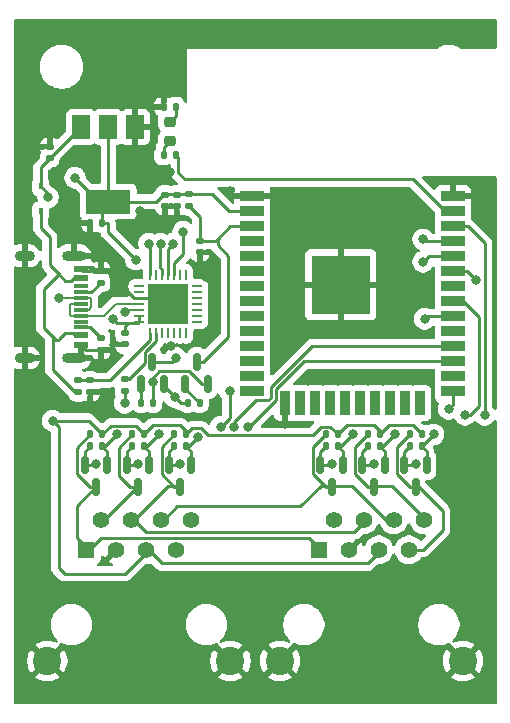
<source format=gtl>
%TF.GenerationSoftware,KiCad,Pcbnew,9.0.0*%
%TF.CreationDate,2025-02-27T15:43:30+01:00*%
%TF.ProjectId,upsy-desky,75707379-2d64-4657-936b-792e6b696361,rev?*%
%TF.SameCoordinates,Original*%
%TF.FileFunction,Copper,L1,Top*%
%TF.FilePolarity,Positive*%
%FSLAX46Y46*%
G04 Gerber Fmt 4.6, Leading zero omitted, Abs format (unit mm)*
G04 Created by KiCad (PCBNEW 9.0.0) date 2025-02-27 15:43:30*
%MOMM*%
%LPD*%
G01*
G04 APERTURE LIST*
G04 Aperture macros list*
%AMRoundRect*
0 Rectangle with rounded corners*
0 $1 Rounding radius*
0 $2 $3 $4 $5 $6 $7 $8 $9 X,Y pos of 4 corners*
0 Add a 4 corners polygon primitive as box body*
4,1,4,$2,$3,$4,$5,$6,$7,$8,$9,$2,$3,0*
0 Add four circle primitives for the rounded corners*
1,1,$1+$1,$2,$3*
1,1,$1+$1,$4,$5*
1,1,$1+$1,$6,$7*
1,1,$1+$1,$8,$9*
0 Add four rect primitives between the rounded corners*
20,1,$1+$1,$2,$3,$4,$5,0*
20,1,$1+$1,$4,$5,$6,$7,0*
20,1,$1+$1,$6,$7,$8,$9,0*
20,1,$1+$1,$8,$9,$2,$3,0*%
G04 Aperture macros list end*
%TA.AperFunction,SMDPad,CuDef*%
%ADD10RoundRect,0.135000X-0.135000X-0.185000X0.135000X-0.185000X0.135000X0.185000X-0.135000X0.185000X0*%
%TD*%
%TA.AperFunction,SMDPad,CuDef*%
%ADD11RoundRect,0.218750X-0.256250X0.218750X-0.256250X-0.218750X0.256250X-0.218750X0.256250X0.218750X0*%
%TD*%
%TA.AperFunction,SMDPad,CuDef*%
%ADD12RoundRect,0.150000X0.150000X-0.587500X0.150000X0.587500X-0.150000X0.587500X-0.150000X-0.587500X0*%
%TD*%
%TA.AperFunction,ComponentPad*%
%ADD13R,1.408000X1.408000*%
%TD*%
%TA.AperFunction,ComponentPad*%
%ADD14C,1.408000*%
%TD*%
%TA.AperFunction,ComponentPad*%
%ADD15C,2.400000*%
%TD*%
%TA.AperFunction,SMDPad,CuDef*%
%ADD16RoundRect,0.135000X-0.185000X0.135000X-0.185000X-0.135000X0.185000X-0.135000X0.185000X0.135000X0*%
%TD*%
%TA.AperFunction,SMDPad,CuDef*%
%ADD17RoundRect,0.150000X-0.150000X0.587500X-0.150000X-0.587500X0.150000X-0.587500X0.150000X0.587500X0*%
%TD*%
%TA.AperFunction,SMDPad,CuDef*%
%ADD18R,2.000000X0.900000*%
%TD*%
%TA.AperFunction,SMDPad,CuDef*%
%ADD19R,0.900000X2.000000*%
%TD*%
%TA.AperFunction,SMDPad,CuDef*%
%ADD20R,5.000000X5.000000*%
%TD*%
%TA.AperFunction,SMDPad,CuDef*%
%ADD21RoundRect,0.062500X-0.337500X-0.062500X0.337500X-0.062500X0.337500X0.062500X-0.337500X0.062500X0*%
%TD*%
%TA.AperFunction,SMDPad,CuDef*%
%ADD22RoundRect,0.062500X-0.062500X-0.337500X0.062500X-0.337500X0.062500X0.337500X-0.062500X0.337500X0*%
%TD*%
%TA.AperFunction,SMDPad,CuDef*%
%ADD23R,3.350000X3.350000*%
%TD*%
%TA.AperFunction,SMDPad,CuDef*%
%ADD24RoundRect,0.140000X0.140000X0.170000X-0.140000X0.170000X-0.140000X-0.170000X0.140000X-0.170000X0*%
%TD*%
%TA.AperFunction,SMDPad,CuDef*%
%ADD25R,1.160000X0.600000*%
%TD*%
%TA.AperFunction,SMDPad,CuDef*%
%ADD26R,1.160000X0.300000*%
%TD*%
%TA.AperFunction,ComponentPad*%
%ADD27O,2.000000X0.900000*%
%TD*%
%TA.AperFunction,ComponentPad*%
%ADD28O,1.700000X0.900000*%
%TD*%
%TA.AperFunction,SMDPad,CuDef*%
%ADD29RoundRect,0.140000X-0.170000X0.140000X-0.170000X-0.140000X0.170000X-0.140000X0.170000X0.140000X0*%
%TD*%
%TA.AperFunction,SMDPad,CuDef*%
%ADD30R,0.450000X0.600000*%
%TD*%
%TA.AperFunction,SMDPad,CuDef*%
%ADD31RoundRect,0.135000X0.185000X-0.135000X0.185000X0.135000X-0.185000X0.135000X-0.185000X-0.135000X0*%
%TD*%
%TA.AperFunction,SMDPad,CuDef*%
%ADD32RoundRect,0.135000X0.135000X0.185000X-0.135000X0.185000X-0.135000X-0.185000X0.135000X-0.185000X0*%
%TD*%
%TA.AperFunction,SMDPad,CuDef*%
%ADD33RoundRect,0.140000X0.170000X-0.140000X0.170000X0.140000X-0.170000X0.140000X-0.170000X-0.140000X0*%
%TD*%
%TA.AperFunction,SMDPad,CuDef*%
%ADD34R,1.500000X2.000000*%
%TD*%
%TA.AperFunction,SMDPad,CuDef*%
%ADD35R,3.800000X2.000000*%
%TD*%
%TA.AperFunction,ViaPad*%
%ADD36C,0.800000*%
%TD*%
%TA.AperFunction,Conductor*%
%ADD37C,0.250000*%
%TD*%
%TA.AperFunction,Conductor*%
%ADD38C,0.200000*%
%TD*%
G04 APERTURE END LIST*
D10*
%TO.P,R11,1*%
%TO.N,/GPIO19*%
X152652000Y-107188000D03*
%TO.P,R11,2*%
%TO.N,+3V3*%
X153672000Y-107188000D03*
%TD*%
D11*
%TO.P,D2,1,K*%
%TO.N,Net-(D2-Pad1)*%
X139446000Y-79730500D03*
%TO.P,D2,2,A*%
%TO.N,Net-(D2-Pad2)*%
X139446000Y-81305500D03*
%TD*%
D12*
%TO.P,Q2,1,B*%
%TO.N,Net-(Q2-Pad1)*%
X140782000Y-101902500D03*
%TO.P,Q2,2,E*%
%TO.N,/RTS*%
X142682000Y-101902500D03*
%TO.P,Q2,3,C*%
%TO.N,/EN*%
X141732000Y-100027500D03*
%TD*%
D10*
%TO.P,R12,1*%
%TO.N,/DESK_2*%
X136269000Y-106172000D03*
%TO.P,R12,2*%
%TO.N,+5V*%
X137289000Y-106172000D03*
%TD*%
%TO.P,R9,1*%
%TO.N,/DESK_4*%
X139825000Y-106172000D03*
%TO.P,R9,2*%
%TO.N,+5V*%
X140845000Y-106172000D03*
%TD*%
D13*
%TO.P,J1,1,1*%
%TO.N,/DESK_1*%
X132397500Y-115951000D03*
D14*
%TO.P,J1,2,2*%
%TO.N,/DESK_2*%
X133667500Y-113411000D03*
%TO.P,J1,3,3*%
%TO.N,GND*%
X134937500Y-115951000D03*
%TO.P,J1,4,4*%
%TO.N,/DESK_4*%
X136207500Y-113411000D03*
%TO.P,J1,5,5*%
%TO.N,+5V*%
X137477500Y-115951000D03*
%TO.P,J1,6,6*%
%TO.N,/DESK_6*%
X138747500Y-113411000D03*
%TO.P,J1,7,7*%
%TO.N,/DESK_7*%
X140017500Y-115951000D03*
%TO.P,J1,8,8*%
%TO.N,/DESK_8*%
X141287500Y-113411000D03*
D15*
%TO.P,J1,S1,SHIELD*%
%TO.N,GND*%
X129092500Y-125351000D03*
%TO.P,J1,S2,SHIELD__1*%
X144592500Y-125351000D03*
%TD*%
D16*
%TO.P,R20,1*%
%TO.N,Net-(R19-Pad2)*%
X132715000Y-101598000D03*
%TO.P,R20,2*%
%TO.N,GND*%
X132715000Y-102618000D03*
%TD*%
D17*
%TO.P,Q3,1,G*%
%TO.N,+3V3*%
X134173000Y-108790500D03*
%TO.P,Q3,2,S*%
%TO.N,/GPIO18*%
X132273000Y-108790500D03*
%TO.P,Q3,3,D*%
%TO.N,/DESK_1*%
X133223000Y-110665500D03*
%TD*%
D18*
%TO.P,U3,1,GND*%
%TO.N,GND*%
X146440000Y-86022000D03*
%TO.P,U3,2,VDD*%
%TO.N,+3V3*%
X146440000Y-87292000D03*
%TO.P,U3,3,EN*%
%TO.N,/EN*%
X146440000Y-88562000D03*
%TO.P,U3,4,SENSOR_VP*%
%TO.N,unconnected-(U3-Pad4)*%
X146440000Y-89832000D03*
%TO.P,U3,5,SENSOR_VN*%
%TO.N,unconnected-(U3-Pad5)*%
X146440000Y-91102000D03*
%TO.P,U3,6,IO34*%
%TO.N,unconnected-(U3-Pad6)*%
X146440000Y-92372000D03*
%TO.P,U3,7,IO35*%
%TO.N,unconnected-(U3-Pad7)*%
X146440000Y-93642000D03*
%TO.P,U3,8,IO32*%
%TO.N,unconnected-(U3-Pad8)*%
X146440000Y-94912000D03*
%TO.P,U3,9,IO33*%
%TO.N,unconnected-(U3-Pad9)*%
X146440000Y-96182000D03*
%TO.P,U3,10,IO25*%
%TO.N,unconnected-(U3-Pad10)*%
X146440000Y-97452000D03*
%TO.P,U3,11,IO26*%
%TO.N,unconnected-(U3-Pad11)*%
X146440000Y-98722000D03*
%TO.P,U3,12,IO27*%
%TO.N,unconnected-(U3-Pad12)*%
X146440000Y-99992000D03*
%TO.P,U3,13,IO14*%
%TO.N,unconnected-(U3-Pad13)*%
X146440000Y-101262000D03*
%TO.P,U3,14,IO12*%
%TO.N,unconnected-(U3-Pad14)*%
X146440000Y-102532000D03*
D19*
%TO.P,U3,15,GND*%
%TO.N,GND*%
X149225000Y-103532000D03*
%TO.P,U3,16,IO13*%
%TO.N,unconnected-(U3-Pad16)*%
X150495000Y-103532000D03*
%TO.P,U3,17,SHD/SD2*%
%TO.N,unconnected-(U3-Pad17)*%
X151765000Y-103532000D03*
%TO.P,U3,18,SWP/SD3*%
%TO.N,unconnected-(U3-Pad18)*%
X153035000Y-103532000D03*
%TO.P,U3,19,SCS/CMD*%
%TO.N,unconnected-(U3-Pad19)*%
X154305000Y-103532000D03*
%TO.P,U3,20,SCK/CLK*%
%TO.N,unconnected-(U3-Pad20)*%
X155575000Y-103532000D03*
%TO.P,U3,21,SDO/SD0*%
%TO.N,unconnected-(U3-Pad21)*%
X156845000Y-103532000D03*
%TO.P,U3,22,SDI/SD1*%
%TO.N,unconnected-(U3-Pad22)*%
X158115000Y-103532000D03*
%TO.P,U3,23,IO15*%
%TO.N,unconnected-(U3-Pad23)*%
X159385000Y-103532000D03*
%TO.P,U3,24,IO2*%
%TO.N,unconnected-(U3-Pad24)*%
X160655000Y-103532000D03*
D18*
%TO.P,U3,25,IO0*%
%TO.N,/GPIO0*%
X163440000Y-102532000D03*
%TO.P,U3,26,IO4*%
%TO.N,unconnected-(U3-Pad26)*%
X163440000Y-101262000D03*
%TO.P,U3,27,IO16*%
%TO.N,/GPIO16*%
X163440000Y-99992000D03*
%TO.P,U3,28,IO17*%
%TO.N,/GPIO17*%
X163440000Y-98722000D03*
%TO.P,U3,29,IO5*%
%TO.N,unconnected-(U3-Pad29)*%
X163440000Y-97452000D03*
%TO.P,U3,30,IO18*%
%TO.N,/GPIO18*%
X163440000Y-96182000D03*
%TO.P,U3,31,IO19*%
%TO.N,/GPIO19*%
X163440000Y-94912000D03*
%TO.P,U3,32,NC*%
%TO.N,unconnected-(U3-Pad32)*%
X163440000Y-93642000D03*
%TO.P,U3,33,IO21*%
%TO.N,/GPIO21*%
X163440000Y-92372000D03*
%TO.P,U3,34,RXD0/IO3*%
%TO.N,/ESP_RX*%
X163440000Y-91102000D03*
%TO.P,U3,35,TXD0/IO1*%
%TO.N,/ESP_TX*%
X163440000Y-89832000D03*
%TO.P,U3,36,IO22*%
%TO.N,/GPIO22*%
X163440000Y-88562000D03*
%TO.P,U3,37,IO23*%
%TO.N,/GPIO23*%
X163440000Y-87292000D03*
%TO.P,U3,38,GND*%
%TO.N,GND*%
X163440000Y-86022000D03*
D20*
%TO.P,U3,39,GND*%
X153940000Y-93522000D03*
%TD*%
D21*
%TO.P,U1,1,~{DCD}*%
%TO.N,unconnected-(U1-Pad1)*%
X136869000Y-93627000D03*
%TO.P,U1,2,~{RI}/CLK*%
%TO.N,unconnected-(U1-Pad2)*%
X136869000Y-94127000D03*
%TO.P,U1,3,GND*%
%TO.N,GND*%
X136869000Y-94627000D03*
%TO.P,U1,4,D+*%
%TO.N,/USB_D+*%
X136869000Y-95127000D03*
%TO.P,U1,5,D-*%
%TO.N,/USB_D-*%
X136869000Y-95627000D03*
%TO.P,U1,6,VDD*%
%TO.N,+3V3*%
X136869000Y-96127000D03*
%TO.P,U1,7,VREGIN*%
X136869000Y-96627000D03*
D22*
%TO.P,U1,8,VBUS*%
%TO.N,Net-(R19-Pad2)*%
X137819000Y-97577000D03*
%TO.P,U1,9,~{RST}*%
%TO.N,Net-(R18-Pad2)*%
X138319000Y-97577000D03*
%TO.P,U1,10,NC*%
%TO.N,unconnected-(U1-Pad10)*%
X138819000Y-97577000D03*
%TO.P,U1,11,~{SUSPEND}*%
%TO.N,unconnected-(U1-Pad11)*%
X139319000Y-97577000D03*
%TO.P,U1,12,SUSPEND*%
%TO.N,unconnected-(U1-Pad12)*%
X139819000Y-97577000D03*
%TO.P,U1,13,CHREN*%
%TO.N,unconnected-(U1-Pad13)*%
X140319000Y-97577000D03*
%TO.P,U1,14,CHR1*%
%TO.N,unconnected-(U1-Pad14)*%
X140819000Y-97577000D03*
D21*
%TO.P,U1,15,CHR0*%
%TO.N,unconnected-(U1-Pad15)*%
X141769000Y-96627000D03*
%TO.P,U1,16,~{WAKEUP}/GPIO.3*%
%TO.N,unconnected-(U1-Pad16)*%
X141769000Y-96127000D03*
%TO.P,U1,17,RS485/GPIO.2*%
%TO.N,unconnected-(U1-Pad17)*%
X141769000Y-95627000D03*
%TO.P,U1,18,~{RXT}/GPIO.1*%
%TO.N,unconnected-(U1-Pad18)*%
X141769000Y-95127000D03*
%TO.P,U1,19,~{TXT}/GPIO.0*%
%TO.N,unconnected-(U1-Pad19)*%
X141769000Y-94627000D03*
%TO.P,U1,20,GPIO.6*%
%TO.N,unconnected-(U1-Pad20)*%
X141769000Y-94127000D03*
%TO.P,U1,21,GPIO.5*%
%TO.N,unconnected-(U1-Pad21)*%
X141769000Y-93627000D03*
D22*
%TO.P,U1,22,GPIO.4*%
%TO.N,unconnected-(U1-Pad22)*%
X140819000Y-92677000D03*
%TO.P,U1,23,~{CTS}*%
%TO.N,unconnected-(U1-Pad23)*%
X140319000Y-92677000D03*
%TO.P,U1,24,~{RTS}*%
%TO.N,/RTS*%
X139819000Y-92677000D03*
%TO.P,U1,25,RXD*%
%TO.N,/ESP_TX*%
X139319000Y-92677000D03*
%TO.P,U1,26,TXD*%
%TO.N,/ESP_RX*%
X138819000Y-92677000D03*
%TO.P,U1,27,~{DSR}*%
%TO.N,unconnected-(U1-Pad27)*%
X138319000Y-92677000D03*
%TO.P,U1,28,~{DTR}*%
%TO.N,/DTR*%
X137819000Y-92677000D03*
D23*
%TO.P,U1,29,GND*%
%TO.N,GND*%
X139319000Y-95127000D03*
%TD*%
D24*
%TO.P,C2,1*%
%TO.N,+3V3*%
X133703000Y-88265000D03*
%TO.P,C2,2*%
%TO.N,GND*%
X132743000Y-88265000D03*
%TD*%
D25*
%TO.P,J3,A1,GND*%
%TO.N,GND*%
X131909000Y-92177000D03*
%TO.P,J3,A4,VBUS*%
%TO.N,VBUS*%
X131909000Y-92977000D03*
D26*
%TO.P,J3,A5,CC1*%
%TO.N,/USB_CC1*%
X131909000Y-94127000D03*
%TO.P,J3,A6,D+*%
%TO.N,/USB_D+*%
X131909000Y-95127000D03*
%TO.P,J3,A7,D-*%
%TO.N,/USB_D-*%
X131909000Y-95627000D03*
%TO.P,J3,A8,SBU1*%
%TO.N,unconnected-(J3-PadA8)*%
X131909000Y-96627000D03*
D25*
%TO.P,J3,A9,VBUS*%
%TO.N,VBUS*%
X131909000Y-97777000D03*
%TO.P,J3,A12,GND*%
%TO.N,GND*%
X131909000Y-98577000D03*
%TO.P,J3,B1,GND*%
X131909000Y-98577000D03*
%TO.P,J3,B4,VBUS*%
%TO.N,VBUS*%
X131909000Y-97777000D03*
D26*
%TO.P,J3,B5,CC2*%
%TO.N,/USB_CC2*%
X131909000Y-97127000D03*
%TO.P,J3,B6,D+*%
%TO.N,/USB_D+*%
X131909000Y-96127000D03*
%TO.P,J3,B7,D-*%
%TO.N,/USB_D-*%
X131909000Y-94627000D03*
%TO.P,J3,B8,SBU2*%
%TO.N,unconnected-(J3-PadB8)*%
X131909000Y-93627000D03*
D25*
%TO.P,J3,B9,VBUS*%
%TO.N,VBUS*%
X131909000Y-92977000D03*
%TO.P,J3,B12,GND*%
%TO.N,GND*%
X131909000Y-92177000D03*
D27*
%TO.P,J3,S1,SHIELD*%
X131329000Y-91057000D03*
D28*
X127159000Y-91057000D03*
D27*
X131329000Y-99697000D03*
D28*
X127159000Y-99697000D03*
%TD*%
D17*
%TO.P,Q8,1,G*%
%TO.N,+3V3*%
X157668000Y-108790500D03*
%TO.P,Q8,2,S*%
%TO.N,/GPIO22*%
X155768000Y-108790500D03*
%TO.P,Q8,3,D*%
%TO.N,/DESK_8*%
X156718000Y-110665500D03*
%TD*%
%TO.P,Q7,1,G*%
%TO.N,+3V3*%
X161224000Y-108790500D03*
%TO.P,Q7,2,S*%
%TO.N,/GPIO21*%
X159324000Y-108790500D03*
%TO.P,Q7,3,D*%
%TO.N,/DESK_7*%
X160274000Y-110665500D03*
%TD*%
D10*
%TO.P,R17,1*%
%TO.N,/DESK_8*%
X156208000Y-106172000D03*
%TO.P,R17,2*%
%TO.N,+5V*%
X157228000Y-106172000D03*
%TD*%
D29*
%TO.P,C3,1*%
%TO.N,/EN*%
X141986000Y-89817000D03*
%TO.P,C3,2*%
%TO.N,GND*%
X141986000Y-90777000D03*
%TD*%
D10*
%TO.P,R16,1*%
%TO.N,/GPIO22*%
X156208000Y-107188000D03*
%TO.P,R16,2*%
%TO.N,+3V3*%
X157228000Y-107188000D03*
%TD*%
%TO.P,R10,1*%
%TO.N,/GPIO17*%
X136269000Y-107188000D03*
%TO.P,R10,2*%
%TO.N,+3V3*%
X137289000Y-107188000D03*
%TD*%
D30*
%TO.P,D1,1,K*%
%TO.N,+5V*%
X128524000Y-85183000D03*
%TO.P,D1,2,A*%
%TO.N,VBUS*%
X128524000Y-87283000D03*
%TD*%
D31*
%TO.P,R18,1*%
%TO.N,+3V3*%
X135636000Y-102491000D03*
%TO.P,R18,2*%
%TO.N,Net-(R18-Pad2)*%
X135636000Y-101471000D03*
%TD*%
%TO.P,R19,1*%
%TO.N,VBUS*%
X131699000Y-102618000D03*
%TO.P,R19,2*%
%TO.N,Net-(R19-Pad2)*%
X131699000Y-101598000D03*
%TD*%
D17*
%TO.P,Q6,1,G*%
%TO.N,+3V3*%
X154112000Y-108790500D03*
%TO.P,Q6,2,S*%
%TO.N,/GPIO19*%
X152212000Y-108790500D03*
%TO.P,Q6,3,D*%
%TO.N,/DESK_6*%
X153162000Y-110665500D03*
%TD*%
D31*
%TO.P,R1,1*%
%TO.N,GND*%
X133604000Y-99062000D03*
%TO.P,R1,2*%
%TO.N,/USB_CC2*%
X133604000Y-98042000D03*
%TD*%
D10*
%TO.P,R13,1*%
%TO.N,/DESK_6*%
X152652000Y-106172000D03*
%TO.P,R13,2*%
%TO.N,+5V*%
X153672000Y-106172000D03*
%TD*%
D13*
%TO.P,J2,1,1*%
%TO.N,/DESK_1*%
X152082500Y-115951000D03*
D14*
%TO.P,J2,2,2*%
%TO.N,/DESK_2*%
X153352500Y-113411000D03*
%TO.P,J2,3,3*%
%TO.N,GND*%
X154622500Y-115951000D03*
%TO.P,J2,4,4*%
%TO.N,/DESK_4*%
X155892500Y-113411000D03*
%TO.P,J2,5,5*%
%TO.N,+5V*%
X157162500Y-115951000D03*
%TO.P,J2,6,6*%
%TO.N,/DESK_6*%
X158432500Y-113411000D03*
%TO.P,J2,7,7*%
%TO.N,/DESK_7*%
X159702500Y-115951000D03*
%TO.P,J2,8,8*%
%TO.N,/DESK_8*%
X160972500Y-113411000D03*
D15*
%TO.P,J2,S1,SHIELD*%
%TO.N,GND*%
X148777500Y-125351000D03*
%TO.P,J2,S2,SHIELD__1*%
X164277500Y-125351000D03*
%TD*%
D29*
%TO.P,C4,1*%
%TO.N,+3V3*%
X140081000Y-85880000D03*
%TO.P,C4,2*%
%TO.N,GND*%
X140081000Y-86840000D03*
%TD*%
%TO.P,C6,1*%
%TO.N,+3V3*%
X135636000Y-97592000D03*
%TO.P,C6,2*%
%TO.N,GND*%
X135636000Y-98552000D03*
%TD*%
D10*
%TO.P,R14,1*%
%TO.N,/GPIO21*%
X159764000Y-107188000D03*
%TO.P,R14,2*%
%TO.N,+3V3*%
X160784000Y-107188000D03*
%TD*%
D12*
%TO.P,Q1,1,B*%
%TO.N,Net-(Q1-Pad1)*%
X137038000Y-101902500D03*
%TO.P,Q1,2,E*%
%TO.N,/DTR*%
X138938000Y-101902500D03*
%TO.P,Q1,3,C*%
%TO.N,/GPIO0*%
X137988000Y-100027500D03*
%TD*%
D10*
%TO.P,R8,1*%
%TO.N,/DESK_1*%
X132713000Y-106172000D03*
%TO.P,R8,2*%
%TO.N,+5V*%
X133733000Y-106172000D03*
%TD*%
%TO.P,R4,1*%
%TO.N,/DTR*%
X140968000Y-103505000D03*
%TO.P,R4,2*%
%TO.N,Net-(Q2-Pad1)*%
X141988000Y-103505000D03*
%TD*%
D32*
%TO.P,R3,1*%
%TO.N,/RTS*%
X138051000Y-103505000D03*
%TO.P,R3,2*%
%TO.N,Net-(Q1-Pad1)*%
X137031000Y-103505000D03*
%TD*%
D10*
%TO.P,R6,1*%
%TO.N,/GPIO18*%
X132713000Y-107188000D03*
%TO.P,R6,2*%
%TO.N,+3V3*%
X133733000Y-107188000D03*
%TD*%
D29*
%TO.P,C5,1*%
%TO.N,+3V3*%
X139065000Y-85880000D03*
%TO.P,C5,2*%
%TO.N,GND*%
X139065000Y-86840000D03*
%TD*%
D32*
%TO.P,R21,1*%
%TO.N,/GPIO23*%
X139956000Y-82550000D03*
%TO.P,R21,2*%
%TO.N,Net-(D2-Pad2)*%
X138936000Y-82550000D03*
%TD*%
D17*
%TO.P,Q5,1,G*%
%TO.N,+3V3*%
X137729000Y-108790500D03*
%TO.P,Q5,2,S*%
%TO.N,/GPIO17*%
X135829000Y-108790500D03*
%TO.P,Q5,3,D*%
%TO.N,/DESK_2*%
X136779000Y-110665500D03*
%TD*%
D16*
%TO.P,R2,1*%
%TO.N,GND*%
X133604000Y-92327000D03*
%TO.P,R2,2*%
%TO.N,/USB_CC1*%
X133604000Y-93347000D03*
%TD*%
%TO.P,R5,1*%
%TO.N,+3V3*%
X141097000Y-85850000D03*
%TO.P,R5,2*%
%TO.N,/EN*%
X141097000Y-86870000D03*
%TD*%
D33*
%TO.P,C1,1*%
%TO.N,+5V*%
X129286000Y-82776000D03*
%TO.P,C1,2*%
%TO.N,GND*%
X129286000Y-81816000D03*
%TD*%
D34*
%TO.P,U2,1,GND*%
%TO.N,GND*%
X136539000Y-80162000D03*
%TO.P,U2,2,VO*%
%TO.N,+3V3*%
X134239000Y-80162000D03*
D35*
X134239000Y-86462000D03*
D34*
%TO.P,U2,3,VI*%
%TO.N,+5V*%
X131939000Y-80162000D03*
%TD*%
D32*
%TO.P,R22,1*%
%TO.N,Net-(D2-Pad1)*%
X139956000Y-78435200D03*
%TO.P,R22,2*%
%TO.N,GND*%
X138936000Y-78435200D03*
%TD*%
D10*
%TO.P,R7,1*%
%TO.N,/GPIO16*%
X139825000Y-107188000D03*
%TO.P,R7,2*%
%TO.N,+3V3*%
X140845000Y-107188000D03*
%TD*%
%TO.P,R15,1*%
%TO.N,/DESK_7*%
X159764000Y-106172000D03*
%TO.P,R15,2*%
%TO.N,+5V*%
X160784000Y-106172000D03*
%TD*%
D17*
%TO.P,Q4,1,G*%
%TO.N,+3V3*%
X141285000Y-108790500D03*
%TO.P,Q4,2,S*%
%TO.N,/GPIO16*%
X139385000Y-108790500D03*
%TO.P,Q4,3,D*%
%TO.N,/DESK_4*%
X140335000Y-110665500D03*
%TD*%
D36*
%TO.N,GND*%
X165608000Y-85344000D03*
X136906000Y-87249000D03*
X144526000Y-85598000D03*
X139319000Y-95377000D03*
X162306000Y-105029000D03*
X139446000Y-83947000D03*
X132715000Y-82677000D03*
X142494000Y-92837000D03*
X139573000Y-98679000D03*
X149225000Y-105283000D03*
%TO.N,+3V3*%
X141835950Y-106440450D03*
X158496000Y-106172000D03*
X138557000Y-106172000D03*
X161798000Y-106172000D03*
X134620000Y-96393000D03*
X135636000Y-103505000D03*
X154940000Y-106172000D03*
X136582047Y-91382953D03*
X135001000Y-106172000D03*
X131445000Y-84455000D03*
%TO.N,/USB_D-*%
X135636000Y-95826500D03*
X130048000Y-94615000D03*
%TO.N,/DTR*%
X137684497Y-90042989D03*
X139864500Y-102997000D03*
%TO.N,/GPIO0*%
X139954000Y-99695000D03*
X163068000Y-104013000D03*
%TO.N,/RTS*%
X140589000Y-89027000D03*
X137996696Y-101730735D03*
%TO.N,/ESP_TX*%
X160909000Y-89662000D03*
X139731278Y-90042989D03*
%TO.N,/ESP_RX*%
X160909000Y-91567000D03*
X138684000Y-90042989D03*
%TO.N,+5V*%
X129540000Y-105029000D03*
X129159000Y-86106000D03*
%TO.N,/GPIO16*%
X146050000Y-105537000D03*
X140335000Y-108712000D03*
%TO.N,/GPIO17*%
X144907000Y-105537000D03*
X136779000Y-108712000D03*
%TO.N,/GPIO18*%
X144526000Y-102489000D03*
X133223000Y-108712000D03*
X161036000Y-96393000D03*
X143764000Y-105537000D03*
%TO.N,/GPIO19*%
X164465000Y-104521000D03*
X153162000Y-108712000D03*
%TO.N,/GPIO22*%
X156718000Y-108712000D03*
X166116000Y-104521000D03*
%TO.N,/GPIO21*%
X160274000Y-108712000D03*
X165354000Y-93091000D03*
%TD*%
D37*
%TO.N,GND*%
X133604000Y-92327000D02*
X132059000Y-92327000D01*
X132394000Y-99062000D02*
X131909000Y-98577000D01*
X136869000Y-94627000D02*
X138819000Y-94627000D01*
X132059000Y-92327000D02*
X131909000Y-92177000D01*
X136421672Y-94627000D02*
X136869000Y-94627000D01*
X133731000Y-92327000D02*
X134121672Y-92327000D01*
X133604000Y-99062000D02*
X132394000Y-99062000D01*
X134121672Y-92327000D02*
X136421672Y-94627000D01*
X131909000Y-99117000D02*
X131329000Y-99697000D01*
X131909000Y-98577000D02*
X131909000Y-99117000D01*
X138819000Y-94627000D02*
X139319000Y-95127000D01*
%TO.N,Net-(D2-Pad2)*%
X138936000Y-82550000D02*
X138936000Y-81815500D01*
X138936000Y-81815500D02*
X139446000Y-81305500D01*
%TO.N,VBUS*%
X130048000Y-92583000D02*
X129286000Y-91821000D01*
X130048000Y-92583000D02*
X128778000Y-93853000D01*
X130048000Y-92639918D02*
X130048000Y-92583000D01*
X131211990Y-97592479D02*
X131396511Y-97777000D01*
X131447000Y-102618000D02*
X129540000Y-100711000D01*
X129286000Y-89456500D02*
X128524000Y-88694500D01*
X130569603Y-93161521D02*
X130048000Y-92639918D01*
X128778000Y-93853000D02*
X128778000Y-97155000D01*
X128524000Y-88694500D02*
X128524000Y-87283000D01*
X128778000Y-97155000D02*
X129540000Y-97917000D01*
X129794000Y-98171000D02*
X130048000Y-98171000D01*
X130048000Y-98171000D02*
X130048000Y-98114082D01*
X130569603Y-97592479D02*
X131211990Y-97592479D01*
X131396511Y-97777000D02*
X131909000Y-97777000D01*
X131312918Y-92977000D02*
X131128397Y-93161521D01*
X129540000Y-100711000D02*
X129540000Y-97917000D01*
X131128397Y-93161521D02*
X130569603Y-93161521D01*
X131909000Y-92977000D02*
X131312918Y-92977000D01*
X129540000Y-97917000D02*
X129794000Y-98171000D01*
X131699000Y-102618000D02*
X131447000Y-102618000D01*
X130048000Y-98114082D02*
X130569603Y-97592479D01*
X129286000Y-91821000D02*
X129286000Y-89456500D01*
%TO.N,/DESK_2*%
X135128000Y-107313000D02*
X136269000Y-106172000D01*
X136730500Y-110538500D02*
X133858000Y-113411000D01*
X136065500Y-110665500D02*
X135128000Y-109728000D01*
X135128000Y-109728000D02*
X135128000Y-107313000D01*
X136779000Y-110665500D02*
X136065500Y-110665500D01*
%TO.N,/DESK_7*%
X159893000Y-115951000D02*
X160888606Y-115951000D01*
X160888606Y-115951000D02*
X162560000Y-114279606D01*
X162560000Y-114279606D02*
X162560000Y-112649000D01*
X160274000Y-110665500D02*
X159790428Y-110665500D01*
X160449500Y-110538500D02*
X160274000Y-110538500D01*
X158699480Y-109574552D02*
X158699480Y-107236520D01*
X159790428Y-110665500D02*
X158699480Y-109574552D01*
X158699480Y-107236520D02*
X159764000Y-106172000D01*
X162560000Y-112649000D02*
X160449500Y-110538500D01*
%TO.N,/DESK_8*%
X156718000Y-110665500D02*
X156234428Y-110665500D01*
X155143480Y-109574552D02*
X155143480Y-107236520D01*
X155143480Y-107236520D02*
X156208000Y-106172000D01*
X156234428Y-110665500D02*
X155143480Y-109574552D01*
X161163000Y-113411000D02*
X158290500Y-110538500D01*
X158290500Y-110538500D02*
X156718000Y-110538500D01*
%TO.N,+3V3*%
X153672000Y-107188000D02*
X153924000Y-107188000D01*
X161224000Y-108790500D02*
X161224000Y-107628000D01*
X154112000Y-108790500D02*
X154112000Y-107628000D01*
X134239000Y-89039906D02*
X136582047Y-91382953D01*
X133703000Y-88265000D02*
X133703000Y-86998000D01*
X137541000Y-107188000D02*
X138557000Y-106172000D01*
X133703000Y-86998000D02*
X134239000Y-86462000D01*
X143002000Y-85828500D02*
X138975500Y-85828500D01*
X157228000Y-107188000D02*
X157480000Y-107188000D01*
X134239000Y-88265000D02*
X133703000Y-88265000D01*
X157668000Y-107628000D02*
X157228000Y-107188000D01*
X134239000Y-86462000D02*
X134239000Y-80162000D01*
X134173000Y-108790500D02*
X134173000Y-107628000D01*
X141088400Y-107188000D02*
X140845000Y-107188000D01*
X141835950Y-106440450D02*
X141088400Y-107188000D01*
X153924000Y-107188000D02*
X154940000Y-106172000D01*
X135636000Y-97592000D02*
X135636000Y-97028000D01*
X134173000Y-107628000D02*
X133733000Y-107188000D01*
X160784000Y-107188000D02*
X160784000Y-107186000D01*
X134963511Y-96736511D02*
X135927489Y-96736511D01*
X160784000Y-107186000D02*
X161798000Y-106172000D01*
X133452000Y-86462000D02*
X131445000Y-84455000D01*
X135927489Y-96736511D02*
X136759489Y-96736511D01*
X154112000Y-107628000D02*
X153672000Y-107188000D01*
X136759489Y-96736511D02*
X136869000Y-96627000D01*
X137289000Y-107188000D02*
X137541000Y-107188000D01*
X135636000Y-97028000D02*
X135927489Y-96736511D01*
X134620000Y-96393000D02*
X134963511Y-96736511D01*
X138938000Y-85791000D02*
X138267000Y-86462000D01*
X135636000Y-103505000D02*
X135636000Y-102491000D01*
X136869000Y-96627000D02*
X136869000Y-96127000D01*
X133985000Y-107188000D02*
X135001000Y-106172000D01*
X137729000Y-108790500D02*
X137729000Y-107628000D01*
X138267000Y-86462000D02*
X134239000Y-86462000D01*
X143002000Y-85828500D02*
X144465500Y-87292000D01*
X141285000Y-108790500D02*
X141285000Y-107628000D01*
X133733000Y-107188000D02*
X133985000Y-107188000D01*
X134239000Y-86462000D02*
X133452000Y-86462000D01*
X141285000Y-107628000D02*
X140845000Y-107188000D01*
X134239000Y-88265000D02*
X134239000Y-89039906D01*
X137729000Y-107628000D02*
X137289000Y-107188000D01*
X157668000Y-108790500D02*
X157668000Y-107628000D01*
X144465500Y-87292000D02*
X145424000Y-87292000D01*
X157480000Y-107188000D02*
X158496000Y-106172000D01*
X161224000Y-107628000D02*
X160784000Y-107188000D01*
X138975500Y-85828500D02*
X138938000Y-85791000D01*
%TO.N,/DESK_6*%
X152224500Y-110538500D02*
X150495000Y-112268000D01*
X140081000Y-112268000D02*
X138938000Y-113411000D01*
X153162000Y-110665500D02*
X152678428Y-110665500D01*
X151587480Y-109574552D02*
X151587480Y-107236520D01*
X150495000Y-112268000D02*
X140081000Y-112268000D01*
X151587480Y-107236520D02*
X152652000Y-106172000D01*
X152678428Y-110665500D02*
X151587480Y-109574552D01*
X158623000Y-113411000D02*
X157734000Y-113411000D01*
X157734000Y-113411000D02*
X154861500Y-110538500D01*
X154861500Y-110538500D02*
X152224500Y-110538500D01*
%TO.N,/DESK_4*%
X138760480Y-107236520D02*
X139825000Y-106172000D01*
X137426511Y-114439511D02*
X136398000Y-113411000D01*
X139851428Y-110665500D02*
X138760480Y-109574552D01*
X155054489Y-114439511D02*
X137426511Y-114439511D01*
X156083000Y-113411000D02*
X155054489Y-114439511D01*
X138760480Y-109574552D02*
X138760480Y-107236520D01*
X140335000Y-110665500D02*
X139851428Y-110665500D01*
X139270500Y-110538500D02*
X136398000Y-113411000D01*
X140462000Y-110538500D02*
X139270500Y-110538500D01*
%TO.N,/DESK_1*%
X133223000Y-110665500D02*
X132739428Y-110665500D01*
X131572000Y-107313000D02*
X132713000Y-106172000D01*
X131572000Y-109498072D02*
X131572000Y-107313000D01*
X132739428Y-110665500D02*
X131572000Y-109498072D01*
X132588000Y-115951000D02*
X131572000Y-114935000D01*
X131572000Y-112213000D02*
X133246500Y-110538500D01*
X131572000Y-114935000D02*
X131572000Y-112213000D01*
X152273000Y-115951000D02*
X151244489Y-114922489D01*
X151244489Y-114922489D02*
X133616511Y-114922489D01*
X133616511Y-114922489D02*
X132588000Y-115951000D01*
%TO.N,/EN*%
X144594978Y-88562000D02*
X145424000Y-88562000D01*
X141732000Y-100027500D02*
X142288500Y-100027500D01*
X143510000Y-90170000D02*
X143510000Y-89646978D01*
X144399000Y-91059000D02*
X143510000Y-90170000D01*
X143339978Y-89817000D02*
X143510000Y-89646978D01*
X142288500Y-100027500D02*
X144399000Y-97917000D01*
X141986000Y-89817000D02*
X143339978Y-89817000D01*
X143510000Y-89646978D02*
X144594978Y-88562000D01*
X141986000Y-87759000D02*
X141097000Y-86870000D01*
X144399000Y-97917000D02*
X144399000Y-91059000D01*
X141986000Y-89817000D02*
X141986000Y-87759000D01*
%TO.N,/USB_CC1*%
X132824000Y-94127000D02*
X131909000Y-94127000D01*
X133604000Y-93347000D02*
X132824000Y-94127000D01*
D38*
%TO.N,/USB_D+*%
X131079978Y-95127000D02*
X131029489Y-95177489D01*
X133874000Y-96127000D02*
X131909000Y-96127000D01*
X131079978Y-96127000D02*
X131909000Y-96127000D01*
X134874000Y-95127000D02*
X136869000Y-95127000D01*
X131029489Y-96076511D02*
X131079978Y-96127000D01*
X131029489Y-95177489D02*
X131029489Y-96076511D01*
X133874000Y-96127000D02*
X134874000Y-95127000D01*
X131909000Y-95127000D02*
X131079978Y-95127000D01*
%TO.N,/USB_D-*%
X132738022Y-94627000D02*
X132788511Y-94677489D01*
X130048000Y-94615000D02*
X131067978Y-94615000D01*
X131079978Y-94627000D02*
X131909000Y-94627000D01*
X131909000Y-94627000D02*
X132738022Y-94627000D01*
X135835500Y-95627000D02*
X136869000Y-95627000D01*
X132788511Y-95430489D02*
X132592000Y-95627000D01*
X132788511Y-94677489D02*
X132788511Y-95430489D01*
X135636000Y-95826500D02*
X135835500Y-95627000D01*
X132592000Y-95627000D02*
X131909000Y-95627000D01*
X131067978Y-94615000D02*
X131079978Y-94627000D01*
D37*
%TO.N,/USB_CC2*%
X132689000Y-97127000D02*
X133604000Y-98042000D01*
X131909000Y-97127000D02*
X132689000Y-97127000D01*
%TO.N,Net-(Q1-Pad1)*%
X137038000Y-103498000D02*
X137031000Y-103505000D01*
X137038000Y-101902500D02*
X137038000Y-103498000D01*
%TO.N,/DTR*%
X140372500Y-103505000D02*
X139864500Y-102997000D01*
X138938000Y-101902500D02*
X138938000Y-102131500D01*
X140968000Y-103505000D02*
X140372500Y-103505000D01*
X138938000Y-101902500D02*
X138938000Y-102070500D01*
X137819000Y-90177492D02*
X137819000Y-92677000D01*
X137684497Y-90042989D02*
X137819000Y-90177492D01*
X138938000Y-102070500D02*
X139864500Y-102997000D01*
%TO.N,/GPIO0*%
X163068000Y-104013000D02*
X163440000Y-103641000D01*
X139621500Y-100027500D02*
X137988000Y-100027500D01*
X139954000Y-99695000D02*
X139621500Y-100027500D01*
X163440000Y-103641000D02*
X163440000Y-102532000D01*
%TO.N,Net-(Q2-Pad1)*%
X140782000Y-102299000D02*
X141988000Y-103505000D01*
X140782000Y-101902500D02*
X140782000Y-102299000D01*
%TO.N,/RTS*%
X142682000Y-101902500D02*
X142190572Y-101902500D01*
X141128552Y-100840480D02*
X138583592Y-100840480D01*
X139819000Y-91702000D02*
X139819000Y-92677000D01*
X138051000Y-103505000D02*
X138051000Y-101785039D01*
X138583592Y-100840480D02*
X137996696Y-101427376D01*
X138051000Y-101785039D02*
X137996696Y-101730735D01*
X140589000Y-90932000D02*
X139819000Y-91702000D01*
X142190572Y-101902500D02*
X141128552Y-100840480D01*
X140589000Y-89027000D02*
X140589000Y-90932000D01*
X137996696Y-101427376D02*
X137996696Y-101730735D01*
%TO.N,Net-(R18-Pad2)*%
X137363480Y-100126520D02*
X136019000Y-101471000D01*
X137363480Y-99243448D02*
X137363480Y-100126520D01*
X138319000Y-98287928D02*
X137363480Y-99243448D01*
X136019000Y-101471000D02*
X135636000Y-101471000D01*
X138319000Y-97577000D02*
X138319000Y-98287928D01*
%TO.N,/ESP_TX*%
X163440000Y-89832000D02*
X161079000Y-89832000D01*
X161079000Y-89832000D02*
X160909000Y-89662000D01*
X139319000Y-90455267D02*
X139731278Y-90042989D01*
X139319000Y-92677000D02*
X139319000Y-90455267D01*
%TO.N,/ESP_RX*%
X138594489Y-92005161D02*
X138819000Y-92229672D01*
X138819000Y-92229672D02*
X138819000Y-92677000D01*
X138594489Y-90132500D02*
X138594489Y-92005161D01*
X138684000Y-90042989D02*
X138594489Y-90132500D01*
X161374000Y-91102000D02*
X160909000Y-91567000D01*
X163440000Y-91102000D02*
X161374000Y-91102000D01*
%TO.N,+5V*%
X137668000Y-115951000D02*
X135636000Y-117983000D01*
X130048000Y-105537000D02*
X129540000Y-105029000D01*
X142681625Y-106261511D02*
X142084114Y-105664000D01*
X135636000Y-117983000D02*
X130556000Y-117983000D01*
X152282520Y-105527480D02*
X151548489Y-106261511D01*
X154305000Y-105537000D02*
X154432000Y-105410000D01*
X141353000Y-105664000D02*
X140845000Y-106172000D01*
X140845000Y-105920000D02*
X140845000Y-106172000D01*
X138811000Y-117094000D02*
X137668000Y-115951000D01*
X140335000Y-105410000D02*
X140845000Y-105920000D01*
X129159000Y-86106000D02*
X129159000Y-85818000D01*
X153672000Y-106172000D02*
X154305000Y-105539000D01*
X157990000Y-105410000D02*
X160022000Y-105410000D01*
X130048000Y-117475000D02*
X130048000Y-105537000D01*
X157228000Y-105920000D02*
X157228000Y-106172000D01*
X129540000Y-105029000D02*
X132590000Y-105029000D01*
X128524000Y-85183000D02*
X128524000Y-83577000D01*
X153027480Y-105527480D02*
X152282520Y-105527480D01*
X132590000Y-105029000D02*
X133733000Y-106172000D01*
X157353000Y-115951000D02*
X156210000Y-117094000D01*
X136564489Y-105447489D02*
X137289000Y-106172000D01*
X157228000Y-106172000D02*
X157990000Y-105410000D01*
X154432000Y-105410000D02*
X156718000Y-105410000D01*
X134457511Y-105447489D02*
X136564489Y-105447489D01*
X138051000Y-105410000D02*
X140335000Y-105410000D01*
X160022000Y-105410000D02*
X160784000Y-106172000D01*
X154305000Y-105539000D02*
X154305000Y-105537000D01*
X130556000Y-117983000D02*
X130048000Y-117475000D01*
X129159000Y-85818000D02*
X128524000Y-85183000D01*
X156718000Y-105410000D02*
X157228000Y-105920000D01*
X151548489Y-106261511D02*
X142681625Y-106261511D01*
X137289000Y-106172000D02*
X138051000Y-105410000D01*
X128524000Y-83577000D02*
X131939000Y-80162000D01*
X153672000Y-106172000D02*
X153027480Y-105527480D01*
X142084114Y-105664000D02*
X141353000Y-105664000D01*
X156210000Y-117094000D02*
X138811000Y-117094000D01*
X133733000Y-106172000D02*
X134457511Y-105447489D01*
%TO.N,/GPIO23*%
X162730000Y-87292000D02*
X163440000Y-87292000D01*
X139956000Y-82550000D02*
X140170511Y-82764511D01*
X140716000Y-84582000D02*
X160020000Y-84582000D01*
X140170511Y-84036511D02*
X140716000Y-84582000D01*
X140170511Y-82764511D02*
X140170511Y-84036511D01*
X160020000Y-84582000D02*
X162730000Y-87292000D01*
%TO.N,/GPIO16*%
X150833000Y-99992000D02*
X163440000Y-99992000D01*
X140256500Y-108790500D02*
X140335000Y-108712000D01*
X146169740Y-105537000D02*
X148450489Y-103256251D01*
X139385000Y-108790500D02*
X140256500Y-108790500D01*
X146050000Y-105537000D02*
X146169740Y-105537000D01*
X139385000Y-107628000D02*
X139825000Y-107188000D01*
X148450489Y-103256251D02*
X148450489Y-102374511D01*
X139385000Y-108790500D02*
X139385000Y-107628000D01*
X148450489Y-102374511D02*
X150833000Y-99992000D01*
%TO.N,/GPIO17*%
X135829000Y-107628000D02*
X136269000Y-107188000D01*
X148000969Y-103070053D02*
X147764511Y-103306511D01*
X148000969Y-102188313D02*
X148000969Y-103070053D01*
X163440000Y-98722000D02*
X151467282Y-98722000D01*
X136700500Y-108790500D02*
X136779000Y-108712000D01*
X151467282Y-98722000D02*
X148000969Y-102188313D01*
X147764511Y-103306511D02*
X146756489Y-103306511D01*
X135829000Y-108790500D02*
X136700500Y-108790500D01*
X146756489Y-103306511D02*
X144907000Y-105156000D01*
X135829000Y-108790500D02*
X135829000Y-107628000D01*
X144907000Y-105156000D02*
X144907000Y-105537000D01*
%TO.N,/GPIO18*%
X133144500Y-108790500D02*
X133223000Y-108712000D01*
X132273000Y-108790500D02*
X132273000Y-107628000D01*
X161247000Y-96182000D02*
X161036000Y-96393000D01*
X143764000Y-105537000D02*
X144526000Y-104775000D01*
X132273000Y-107628000D02*
X132713000Y-107188000D01*
X163440000Y-96182000D02*
X161247000Y-96182000D01*
X144526000Y-104775000D02*
X144526000Y-102489000D01*
X132273000Y-108790500D02*
X133144500Y-108790500D01*
%TO.N,/GPIO19*%
X153083500Y-108790500D02*
X153162000Y-108712000D01*
X152212000Y-108790500D02*
X152212000Y-107628000D01*
X152212000Y-108790500D02*
X153083500Y-108790500D01*
X164465000Y-104521000D02*
X164854614Y-104521000D01*
X165608000Y-96250978D02*
X164269022Y-94912000D01*
X152212000Y-107628000D02*
X152652000Y-107188000D01*
X165608000Y-103767614D02*
X165608000Y-96250978D01*
X164854614Y-104521000D02*
X165608000Y-103767614D01*
X164269022Y-94912000D02*
X163440000Y-94912000D01*
%TO.N,/GPIO22*%
X155768000Y-107628000D02*
X156208000Y-107188000D01*
X155768000Y-108790500D02*
X156639500Y-108790500D01*
X164690000Y-88562000D02*
X163440000Y-88562000D01*
X166116000Y-89988000D02*
X164690000Y-88562000D01*
X156639500Y-108790500D02*
X156718000Y-108712000D01*
X155768000Y-108790500D02*
X155768000Y-107628000D01*
X166116000Y-104521000D02*
X166116000Y-89988000D01*
%TO.N,/GPIO21*%
X164635000Y-92372000D02*
X163440000Y-92372000D01*
X159324000Y-108790500D02*
X159324000Y-107628000D01*
X159324000Y-108790500D02*
X160195500Y-108790500D01*
X160195500Y-108790500D02*
X160274000Y-108712000D01*
X165354000Y-93091000D02*
X164635000Y-92372000D01*
X159324000Y-107628000D02*
X159764000Y-107188000D01*
%TO.N,Net-(R19-Pad2)*%
X131699000Y-101598000D02*
X132715000Y-101598000D01*
X132715000Y-101598000D02*
X134368000Y-101598000D01*
X137819000Y-98147000D02*
X137819000Y-97577000D01*
X134368000Y-101598000D02*
X137819000Y-98147000D01*
%TO.N,Net-(D2-Pad1)*%
X139956000Y-79220500D02*
X139446000Y-79730500D01*
X139956000Y-78435200D02*
X139956000Y-79220500D01*
%TD*%
%TA.AperFunction,Conductor*%
%TO.N,GND*%
G36*
X127413000Y-92015000D02*
G01*
X127653355Y-92015000D01*
X127653358Y-92014999D01*
X127838438Y-91978183D01*
X127838441Y-91978182D01*
X128012783Y-91905967D01*
X128169684Y-91801129D01*
X128169691Y-91801124D01*
X128303124Y-91667691D01*
X128303129Y-91667684D01*
X128407968Y-91510782D01*
X128407969Y-91510780D01*
X128410091Y-91505658D01*
X128454638Y-91450377D01*
X128522001Y-91427955D01*
X128590793Y-91445512D01*
X128639172Y-91497474D01*
X128652500Y-91553875D01*
X128652500Y-91758606D01*
X128652500Y-91883394D01*
X128676845Y-92005785D01*
X128724600Y-92121075D01*
X128793929Y-92224833D01*
X128793931Y-92224835D01*
X128793934Y-92224839D01*
X129062999Y-92493904D01*
X129097025Y-92556216D01*
X129091960Y-92627031D01*
X129063000Y-92672094D01*
X128374167Y-93360929D01*
X128285927Y-93449169D01*
X128285926Y-93449171D01*
X128216601Y-93552923D01*
X128168846Y-93668212D01*
X128144500Y-93790603D01*
X128144500Y-93790606D01*
X128144500Y-97092606D01*
X128144500Y-97217394D01*
X128168845Y-97339785D01*
X128216600Y-97455075D01*
X128285929Y-97558833D01*
X128285931Y-97558835D01*
X128869595Y-98142499D01*
X128903621Y-98204811D01*
X128906500Y-98231594D01*
X128906500Y-100773396D01*
X128916185Y-100822086D01*
X128930845Y-100895785D01*
X128978600Y-101011075D01*
X129047929Y-101114833D01*
X129047931Y-101114835D01*
X130885632Y-102952536D01*
X130917532Y-103006470D01*
X130918731Y-103010598D01*
X130918732Y-103010599D01*
X131001492Y-103150539D01*
X131001498Y-103150546D01*
X131116453Y-103265501D01*
X131116460Y-103265507D01*
X131256399Y-103348267D01*
X131256402Y-103348267D01*
X131256404Y-103348269D01*
X131412534Y-103393629D01*
X131449011Y-103396500D01*
X131948988Y-103396499D01*
X131985466Y-103393629D01*
X132141596Y-103348269D01*
X132143343Y-103347235D01*
X132144894Y-103346841D01*
X132148874Y-103345120D01*
X132149151Y-103345761D01*
X132212156Y-103329770D01*
X132265045Y-103345298D01*
X132265323Y-103344657D01*
X132270518Y-103346905D01*
X132271632Y-103347232D01*
X132272602Y-103347806D01*
X132428614Y-103393132D01*
X132460999Y-103395679D01*
X132461000Y-103395679D01*
X132969000Y-103395679D01*
X133001385Y-103393132D01*
X133157399Y-103347805D01*
X133297228Y-103265110D01*
X133297235Y-103265105D01*
X133412105Y-103150235D01*
X133412110Y-103150228D01*
X133494805Y-103010399D01*
X133535015Y-102872000D01*
X132969000Y-102872000D01*
X132969000Y-103395679D01*
X132461000Y-103395679D01*
X132461000Y-103075957D01*
X132476808Y-103018175D01*
X132476119Y-103017877D01*
X132478215Y-103013032D01*
X132478548Y-103011816D01*
X132479267Y-103010599D01*
X132479266Y-103010599D01*
X132479269Y-103010596D01*
X132524629Y-102854466D01*
X132527499Y-102817998D01*
X132527500Y-102817998D01*
X132527500Y-102744000D01*
X132547502Y-102675879D01*
X132601158Y-102629386D01*
X132653500Y-102618000D01*
X132715000Y-102618000D01*
X132715000Y-102502499D01*
X132716531Y-102497281D01*
X132715442Y-102491955D01*
X132726427Y-102463580D01*
X132735002Y-102434378D01*
X132739112Y-102430816D01*
X132741075Y-102425747D01*
X132765655Y-102407816D01*
X132788658Y-102387885D01*
X132795214Y-102386254D01*
X132798433Y-102383907D01*
X132819169Y-102380298D01*
X132833568Y-102376718D01*
X132837274Y-102376499D01*
X132964988Y-102376499D01*
X133001466Y-102373629D01*
X133030982Y-102365053D01*
X133045109Y-102364219D01*
X133047358Y-102364737D01*
X133052541Y-102364000D01*
X133535016Y-102364000D01*
X133543452Y-102352762D01*
X133543541Y-102321658D01*
X133582094Y-102262041D01*
X133646759Y-102232732D01*
X133664336Y-102231500D01*
X134430393Y-102231500D01*
X134430394Y-102231500D01*
X134552785Y-102207155D01*
X134633282Y-102173811D01*
X134703870Y-102166222D01*
X134767357Y-102198000D01*
X134803586Y-102259057D01*
X134807500Y-102290220D01*
X134807500Y-102690987D01*
X134810370Y-102727464D01*
X134855731Y-102883597D01*
X134863664Y-102897011D01*
X134881121Y-102965827D01*
X134859975Y-103031146D01*
X134830898Y-103074664D01*
X134762414Y-103239996D01*
X134727500Y-103415518D01*
X134727500Y-103594481D01*
X134762414Y-103770003D01*
X134775709Y-103802100D01*
X134830898Y-103935336D01*
X134930322Y-104084135D01*
X135056865Y-104210678D01*
X135205664Y-104310102D01*
X135371000Y-104378587D01*
X135546521Y-104413500D01*
X135546522Y-104413500D01*
X135725478Y-104413500D01*
X135725479Y-104413500D01*
X135901000Y-104378587D01*
X136066336Y-104310102D01*
X136215135Y-104210678D01*
X136271790Y-104154022D01*
X136334098Y-104120000D01*
X136404914Y-104125064D01*
X136449977Y-104154025D01*
X136498453Y-104202501D01*
X136498460Y-104202507D01*
X136638399Y-104285267D01*
X136638402Y-104285267D01*
X136638404Y-104285269D01*
X136794534Y-104330629D01*
X136831011Y-104333500D01*
X137230988Y-104333499D01*
X137267466Y-104330629D01*
X137423596Y-104285269D01*
X137476862Y-104253767D01*
X137545675Y-104236308D01*
X137605137Y-104253766D01*
X137658404Y-104285269D01*
X137814534Y-104330629D01*
X137851011Y-104333500D01*
X138250988Y-104333499D01*
X138287466Y-104330629D01*
X138443596Y-104285269D01*
X138443598Y-104285267D01*
X138443600Y-104285267D01*
X138583539Y-104202507D01*
X138583538Y-104202507D01*
X138583541Y-104202506D01*
X138698506Y-104087541D01*
X138745785Y-104007596D01*
X138781267Y-103947600D01*
X138781267Y-103947598D01*
X138781269Y-103947596D01*
X138826629Y-103791466D01*
X138829500Y-103754989D01*
X138829499Y-103498632D01*
X138849501Y-103430514D01*
X138903156Y-103384021D01*
X138973430Y-103373916D01*
X139038011Y-103403409D01*
X139060263Y-103428631D01*
X139158822Y-103576135D01*
X139285365Y-103702678D01*
X139434164Y-103802102D01*
X139599500Y-103870587D01*
X139775021Y-103905500D01*
X139824906Y-103905500D01*
X139893027Y-103925502D01*
X139914001Y-103942405D01*
X139968667Y-103997071D01*
X140072425Y-104066400D01*
X140187715Y-104114155D01*
X140310106Y-104138500D01*
X140319262Y-104138500D01*
X140387383Y-104158502D01*
X140408357Y-104175405D01*
X140435453Y-104202501D01*
X140435460Y-104202507D01*
X140575399Y-104285267D01*
X140575402Y-104285267D01*
X140575404Y-104285269D01*
X140731534Y-104330629D01*
X140768011Y-104333500D01*
X141167988Y-104333499D01*
X141204466Y-104330629D01*
X141360596Y-104285269D01*
X141413862Y-104253767D01*
X141482675Y-104236308D01*
X141542137Y-104253766D01*
X141595404Y-104285269D01*
X141751534Y-104330629D01*
X141788011Y-104333500D01*
X142187988Y-104333499D01*
X142224466Y-104330629D01*
X142380596Y-104285269D01*
X142380598Y-104285267D01*
X142380600Y-104285267D01*
X142520539Y-104202507D01*
X142520538Y-104202507D01*
X142520541Y-104202506D01*
X142635506Y-104087541D01*
X142682785Y-104007596D01*
X142718267Y-103947600D01*
X142718267Y-103947598D01*
X142718269Y-103947596D01*
X142763629Y-103791466D01*
X142766500Y-103754989D01*
X142766499Y-103274499D01*
X142786501Y-103206379D01*
X142840156Y-103159886D01*
X142892499Y-103148500D01*
X142898511Y-103148500D01*
X142898511Y-103148499D01*
X142935831Y-103145562D01*
X143095601Y-103099145D01*
X143095603Y-103099143D01*
X143095605Y-103099143D01*
X143167204Y-103056799D01*
X143238807Y-103014453D01*
X143356453Y-102896807D01*
X143436932Y-102760723D01*
X143488823Y-102712273D01*
X143558673Y-102699568D01*
X143624305Y-102726643D01*
X143661792Y-102776646D01*
X143720895Y-102919331D01*
X143720897Y-102919335D01*
X143720898Y-102919336D01*
X143820322Y-103068135D01*
X143820324Y-103068137D01*
X143855595Y-103103408D01*
X143889621Y-103165720D01*
X143892500Y-103192503D01*
X143892500Y-104460405D01*
X143883716Y-104490320D01*
X143877088Y-104520790D01*
X143873273Y-104525885D01*
X143872498Y-104528526D01*
X143855595Y-104549500D01*
X143813500Y-104591595D01*
X143751188Y-104625621D01*
X143724405Y-104628500D01*
X143674518Y-104628500D01*
X143543771Y-104654507D01*
X143499000Y-104663413D01*
X143498999Y-104663413D01*
X143498996Y-104663414D01*
X143333662Y-104731899D01*
X143184869Y-104831319D01*
X143184862Y-104831324D01*
X143058324Y-104957862D01*
X143058319Y-104957869D01*
X142960762Y-105103875D01*
X142958898Y-105106664D01*
X142954004Y-105118479D01*
X142890414Y-105271996D01*
X142890413Y-105271999D01*
X142890413Y-105272000D01*
X142889599Y-105276096D01*
X142886231Y-105293027D01*
X142853323Y-105355936D01*
X142791627Y-105391067D01*
X142720733Y-105387266D01*
X142673557Y-105357539D01*
X142487949Y-105171931D01*
X142487947Y-105171929D01*
X142384189Y-105102600D01*
X142268899Y-105054845D01*
X142194263Y-105039999D01*
X142146510Y-105030500D01*
X142146508Y-105030500D01*
X141290606Y-105030500D01*
X141290603Y-105030500D01*
X141218066Y-105044929D01*
X141168215Y-105054845D01*
X141168213Y-105054845D01*
X141168207Y-105054847D01*
X141062147Y-105098779D01*
X141062145Y-105098781D01*
X141052925Y-105102600D01*
X141052923Y-105102600D01*
X141052909Y-105102607D01*
X141050974Y-105103641D01*
X141049848Y-105103875D01*
X141047210Y-105104968D01*
X141047002Y-105104467D01*
X140981465Y-105118099D01*
X140915174Y-105092681D01*
X140902506Y-105081602D01*
X140738835Y-104917931D01*
X140738833Y-104917929D01*
X140635075Y-104848600D01*
X140519785Y-104800845D01*
X140445154Y-104786000D01*
X140397396Y-104776500D01*
X140397394Y-104776500D01*
X137988606Y-104776500D01*
X137988603Y-104776500D01*
X137866215Y-104800845D01*
X137834480Y-104813990D01*
X137750923Y-104848600D01*
X137647168Y-104917927D01*
X137647166Y-104917928D01*
X137378093Y-105187000D01*
X137315781Y-105221025D01*
X137244965Y-105215960D01*
X137199903Y-105186999D01*
X136968324Y-104955420D01*
X136968322Y-104955418D01*
X136864564Y-104886089D01*
X136749274Y-104838334D01*
X136675575Y-104823674D01*
X136626885Y-104813989D01*
X136626883Y-104813989D01*
X134519904Y-104813989D01*
X134395117Y-104813989D01*
X134395114Y-104813989D01*
X134322079Y-104828517D01*
X134272726Y-104838334D01*
X134272724Y-104838334D01*
X134272723Y-104838335D01*
X134157434Y-104886090D01*
X134053682Y-104955415D01*
X134053675Y-104955420D01*
X133822095Y-105187001D01*
X133759783Y-105221027D01*
X133688968Y-105215962D01*
X133643905Y-105187001D01*
X132993835Y-104536931D01*
X132993833Y-104536929D01*
X132890075Y-104467600D01*
X132774785Y-104419845D01*
X132701086Y-104405185D01*
X132652396Y-104395500D01*
X132652394Y-104395500D01*
X130243503Y-104395500D01*
X130175382Y-104375498D01*
X130154408Y-104358595D01*
X130119137Y-104323324D01*
X130119135Y-104323322D01*
X129970336Y-104223898D01*
X129853265Y-104175405D01*
X129805003Y-104155414D01*
X129805001Y-104155413D01*
X129805000Y-104155413D01*
X129716645Y-104137838D01*
X129629481Y-104120500D01*
X129629479Y-104120500D01*
X129450521Y-104120500D01*
X129450518Y-104120500D01*
X129319771Y-104146507D01*
X129275000Y-104155413D01*
X129274999Y-104155413D01*
X129274996Y-104155414D01*
X129109662Y-104223899D01*
X128960869Y-104323319D01*
X128960862Y-104323324D01*
X128834324Y-104449862D01*
X128834319Y-104449869D01*
X128734899Y-104598662D01*
X128666414Y-104763996D01*
X128666413Y-104763999D01*
X128666413Y-104764000D01*
X128663635Y-104777965D01*
X128631500Y-104939518D01*
X128631500Y-105118481D01*
X128645130Y-105187001D01*
X128666219Y-105293027D01*
X128666414Y-105294003D01*
X128678953Y-105324273D01*
X128734898Y-105459336D01*
X128834322Y-105608135D01*
X128960865Y-105734678D01*
X129109664Y-105834102D01*
X129275000Y-105902587D01*
X129313081Y-105910161D01*
X129375990Y-105943068D01*
X129411123Y-106004762D01*
X129414500Y-106033740D01*
X129414500Y-117412606D01*
X129414500Y-117537394D01*
X129438845Y-117659785D01*
X129486600Y-117775075D01*
X129555929Y-117878833D01*
X130063929Y-118386833D01*
X130152167Y-118475071D01*
X130255925Y-118544400D01*
X130371215Y-118592155D01*
X130493606Y-118616500D01*
X130493607Y-118616500D01*
X135698393Y-118616500D01*
X135698394Y-118616500D01*
X135820785Y-118592155D01*
X135936075Y-118544400D01*
X136039833Y-118475071D01*
X137314499Y-117200403D01*
X137376810Y-117166380D01*
X137403593Y-117163500D01*
X137572923Y-117163500D01*
X137572926Y-117163500D01*
X137761428Y-117133644D01*
X137833900Y-117110095D01*
X137904865Y-117108068D01*
X137961930Y-117140834D01*
X138318929Y-117497833D01*
X138407167Y-117586071D01*
X138510925Y-117655400D01*
X138626215Y-117703155D01*
X138748606Y-117727500D01*
X138748607Y-117727500D01*
X156272393Y-117727500D01*
X156272394Y-117727500D01*
X156394785Y-117703155D01*
X156510075Y-117655400D01*
X156613833Y-117586071D01*
X156999498Y-117200404D01*
X157061811Y-117166380D01*
X157088594Y-117163500D01*
X157257923Y-117163500D01*
X157257926Y-117163500D01*
X157446428Y-117133644D01*
X157627938Y-117074668D01*
X157797988Y-116988023D01*
X157952391Y-116875843D01*
X158087343Y-116740891D01*
X158199523Y-116586488D01*
X158286168Y-116416438D01*
X158312667Y-116334881D01*
X158352741Y-116276276D01*
X158418137Y-116248639D01*
X158488094Y-116260746D01*
X158540400Y-116308752D01*
X158552333Y-116334882D01*
X158574342Y-116402621D01*
X158578832Y-116416438D01*
X158665477Y-116586488D01*
X158777657Y-116740891D01*
X158777659Y-116740893D01*
X158777661Y-116740896D01*
X158912603Y-116875838D01*
X158912606Y-116875840D01*
X158912609Y-116875843D01*
X159067012Y-116988023D01*
X159237062Y-117074668D01*
X159418572Y-117133644D01*
X159607074Y-117163500D01*
X159607077Y-117163500D01*
X159797923Y-117163500D01*
X159797926Y-117163500D01*
X159986428Y-117133644D01*
X160167938Y-117074668D01*
X160337988Y-116988023D01*
X160492391Y-116875843D01*
X160627343Y-116740891D01*
X160703232Y-116636439D01*
X160759454Y-116593085D01*
X160805168Y-116584500D01*
X160950999Y-116584500D01*
X160951000Y-116584500D01*
X161073391Y-116560155D01*
X161188681Y-116512400D01*
X161292439Y-116443071D01*
X163052071Y-114683439D01*
X163121400Y-114579681D01*
X163169155Y-114464391D01*
X163193500Y-114342000D01*
X163193500Y-114217212D01*
X163193500Y-112586606D01*
X163169155Y-112464215D01*
X163141639Y-112397785D01*
X163121401Y-112348925D01*
X163052072Y-112245167D01*
X161119405Y-110312500D01*
X161104460Y-110285131D01*
X161087604Y-110258903D01*
X161086698Y-110252604D01*
X161085379Y-110250188D01*
X161082500Y-110223405D01*
X161082500Y-110162500D01*
X161102502Y-110094379D01*
X161156158Y-110047886D01*
X161208500Y-110036500D01*
X161440511Y-110036500D01*
X161440511Y-110036499D01*
X161477831Y-110033562D01*
X161637601Y-109987145D01*
X161637603Y-109987143D01*
X161637605Y-109987143D01*
X161731972Y-109931334D01*
X161780807Y-109902453D01*
X161898453Y-109784807D01*
X161983145Y-109641601D01*
X162029562Y-109481831D01*
X162032499Y-109444511D01*
X162032500Y-109444511D01*
X162032500Y-108136489D01*
X162032499Y-108136488D01*
X162029562Y-108099171D01*
X162029562Y-108099170D01*
X161991583Y-107968444D01*
X161983145Y-107939399D01*
X161983143Y-107939397D01*
X161983143Y-107939394D01*
X161898455Y-107796196D01*
X161898450Y-107796189D01*
X161894405Y-107792144D01*
X161860379Y-107729832D01*
X161857500Y-107703049D01*
X161857500Y-107565607D01*
X161857499Y-107565603D01*
X161833155Y-107443215D01*
X161785400Y-107327925D01*
X161751039Y-107276501D01*
X161729825Y-107208749D01*
X161748608Y-107140282D01*
X161801425Y-107092839D01*
X161855805Y-107080500D01*
X161887478Y-107080500D01*
X161887479Y-107080500D01*
X162063000Y-107045587D01*
X162228336Y-106977102D01*
X162377135Y-106877678D01*
X162503678Y-106751135D01*
X162603102Y-106602336D01*
X162671587Y-106437000D01*
X162706500Y-106261479D01*
X162706500Y-106082521D01*
X162671587Y-105907000D01*
X162603102Y-105741664D01*
X162503678Y-105592865D01*
X162377135Y-105466322D01*
X162228336Y-105366898D01*
X162082753Y-105306595D01*
X162063003Y-105298414D01*
X162063001Y-105298413D01*
X162063000Y-105298413D01*
X161950799Y-105276095D01*
X161887481Y-105263500D01*
X161887479Y-105263500D01*
X161708521Y-105263500D01*
X161708518Y-105263500D01*
X161577771Y-105289507D01*
X161533000Y-105298413D01*
X161532999Y-105298413D01*
X161532996Y-105298414D01*
X161367664Y-105366898D01*
X161324146Y-105395975D01*
X161256392Y-105417188D01*
X161190011Y-105399664D01*
X161176597Y-105391731D01*
X161020464Y-105346370D01*
X160983998Y-105343500D01*
X160983989Y-105343500D01*
X160903594Y-105343500D01*
X160873678Y-105334716D01*
X160843209Y-105328088D01*
X160838113Y-105324273D01*
X160835473Y-105323498D01*
X160814499Y-105306595D01*
X160763499Y-105255595D01*
X160729473Y-105193283D01*
X160734538Y-105122468D01*
X160777085Y-105065632D01*
X160843605Y-105040821D01*
X160852594Y-105040500D01*
X161153632Y-105040500D01*
X161153638Y-105040500D01*
X161153645Y-105040499D01*
X161153649Y-105040499D01*
X161214196Y-105033990D01*
X161214199Y-105033989D01*
X161214201Y-105033989D01*
X161351204Y-104982889D01*
X161351799Y-104982444D01*
X161468261Y-104895261D01*
X161555887Y-104778207D01*
X161555887Y-104778206D01*
X161555889Y-104778204D01*
X161606989Y-104641201D01*
X161608355Y-104628500D01*
X161613499Y-104580649D01*
X161613500Y-104580632D01*
X161613500Y-102483367D01*
X161613499Y-102483350D01*
X161606990Y-102422803D01*
X161606988Y-102422795D01*
X161555889Y-102285797D01*
X161555887Y-102285792D01*
X161468261Y-102168738D01*
X161351207Y-102081112D01*
X161351202Y-102081110D01*
X161214204Y-102030011D01*
X161214196Y-102030009D01*
X161153649Y-102023500D01*
X161153638Y-102023500D01*
X160156362Y-102023500D01*
X160156350Y-102023500D01*
X160095804Y-102030009D01*
X160095801Y-102030010D01*
X160064030Y-102041860D01*
X159993214Y-102046923D01*
X159975970Y-102041860D01*
X159944201Y-102030011D01*
X159944200Y-102030010D01*
X159944198Y-102030010D01*
X159944195Y-102030009D01*
X159883649Y-102023500D01*
X159883638Y-102023500D01*
X158886362Y-102023500D01*
X158886350Y-102023500D01*
X158825804Y-102030009D01*
X158825801Y-102030010D01*
X158794030Y-102041860D01*
X158723214Y-102046923D01*
X158705970Y-102041860D01*
X158674201Y-102030011D01*
X158674200Y-102030010D01*
X158674198Y-102030010D01*
X158674195Y-102030009D01*
X158613649Y-102023500D01*
X158613638Y-102023500D01*
X157616362Y-102023500D01*
X157616350Y-102023500D01*
X157555804Y-102030009D01*
X157555801Y-102030010D01*
X157524030Y-102041860D01*
X157453214Y-102046923D01*
X157435970Y-102041860D01*
X157404201Y-102030011D01*
X157404200Y-102030010D01*
X157404198Y-102030010D01*
X157404195Y-102030009D01*
X157343649Y-102023500D01*
X157343638Y-102023500D01*
X156346362Y-102023500D01*
X156346350Y-102023500D01*
X156285804Y-102030009D01*
X156285801Y-102030010D01*
X156254030Y-102041860D01*
X156183214Y-102046923D01*
X156165970Y-102041860D01*
X156134201Y-102030011D01*
X156134200Y-102030010D01*
X156134198Y-102030010D01*
X156134195Y-102030009D01*
X156073649Y-102023500D01*
X156073638Y-102023500D01*
X155076362Y-102023500D01*
X155076350Y-102023500D01*
X155015804Y-102030009D01*
X155015801Y-102030010D01*
X154984030Y-102041860D01*
X154913214Y-102046923D01*
X154895970Y-102041860D01*
X154864201Y-102030011D01*
X154864200Y-102030010D01*
X154864198Y-102030010D01*
X154864195Y-102030009D01*
X154803649Y-102023500D01*
X154803638Y-102023500D01*
X153806362Y-102023500D01*
X153806350Y-102023500D01*
X153745804Y-102030009D01*
X153745801Y-102030010D01*
X153714030Y-102041860D01*
X153643214Y-102046923D01*
X153625970Y-102041860D01*
X153594201Y-102030011D01*
X153594200Y-102030010D01*
X153594198Y-102030010D01*
X153594195Y-102030009D01*
X153533649Y-102023500D01*
X153533638Y-102023500D01*
X152536362Y-102023500D01*
X152536350Y-102023500D01*
X152475804Y-102030009D01*
X152475801Y-102030010D01*
X152444030Y-102041860D01*
X152373214Y-102046923D01*
X152355970Y-102041860D01*
X152324201Y-102030011D01*
X152324200Y-102030010D01*
X152324198Y-102030010D01*
X152324195Y-102030009D01*
X152263649Y-102023500D01*
X152263638Y-102023500D01*
X151266362Y-102023500D01*
X151266350Y-102023500D01*
X151205804Y-102030009D01*
X151205801Y-102030010D01*
X151174030Y-102041860D01*
X151103214Y-102046923D01*
X151085970Y-102041860D01*
X151054201Y-102030011D01*
X151054200Y-102030010D01*
X151054198Y-102030010D01*
X151054195Y-102030009D01*
X150993649Y-102023500D01*
X150993638Y-102023500D01*
X150001594Y-102023500D01*
X149933473Y-102003498D01*
X149886980Y-101949842D01*
X149876876Y-101879568D01*
X149906370Y-101814988D01*
X149912499Y-101808405D01*
X151058499Y-100662405D01*
X151120811Y-100628379D01*
X151147594Y-100625500D01*
X161806049Y-100625500D01*
X161874170Y-100645502D01*
X161920663Y-100699158D01*
X161930510Y-100759926D01*
X161931681Y-100759989D01*
X161931500Y-100763367D01*
X161931500Y-101760649D01*
X161938009Y-101821195D01*
X161938010Y-101821198D01*
X161949860Y-101852970D01*
X161954923Y-101923786D01*
X161949860Y-101941030D01*
X161938010Y-101972801D01*
X161938009Y-101972804D01*
X161931500Y-102033350D01*
X161931500Y-103030649D01*
X161938009Y-103091196D01*
X161938011Y-103091204D01*
X161989110Y-103228202D01*
X161989112Y-103228207D01*
X162076738Y-103345261D01*
X162193794Y-103432888D01*
X162201404Y-103437043D01*
X162251610Y-103487242D01*
X162266706Y-103556615D01*
X162257435Y-103595852D01*
X162250539Y-103612500D01*
X162194414Y-103747996D01*
X162159500Y-103923518D01*
X162159500Y-104102481D01*
X162174006Y-104175405D01*
X162179395Y-104202501D01*
X162194414Y-104278003D01*
X162197424Y-104285269D01*
X162262898Y-104443336D01*
X162362322Y-104592135D01*
X162488865Y-104718678D01*
X162637664Y-104818102D01*
X162803000Y-104886587D01*
X162978521Y-104921500D01*
X162978522Y-104921500D01*
X163157478Y-104921500D01*
X163157479Y-104921500D01*
X163333000Y-104886587D01*
X163424708Y-104848600D01*
X163472722Y-104828712D01*
X163543312Y-104821122D01*
X163606799Y-104852901D01*
X163637349Y-104896901D01*
X163659895Y-104951330D01*
X163659897Y-104951335D01*
X163680981Y-104982889D01*
X163759322Y-105100135D01*
X163885865Y-105226678D01*
X164034664Y-105326102D01*
X164200000Y-105394587D01*
X164375521Y-105429500D01*
X164375522Y-105429500D01*
X164554478Y-105429500D01*
X164554479Y-105429500D01*
X164730000Y-105394587D01*
X164895336Y-105326102D01*
X165044135Y-105226678D01*
X165170678Y-105100135D01*
X165185736Y-105077598D01*
X165240208Y-105032073D01*
X165310651Y-105023224D01*
X165374696Y-105053864D01*
X165395263Y-105077599D01*
X165410316Y-105100128D01*
X165410321Y-105100133D01*
X165410322Y-105100135D01*
X165536865Y-105226678D01*
X165685664Y-105326102D01*
X165851000Y-105394587D01*
X166026521Y-105429500D01*
X166026522Y-105429500D01*
X166205478Y-105429500D01*
X166205479Y-105429500D01*
X166381000Y-105394587D01*
X166546336Y-105326102D01*
X166695135Y-105226678D01*
X166821678Y-105100135D01*
X166848160Y-105060502D01*
X166900735Y-104981818D01*
X166955211Y-104936290D01*
X167025654Y-104927441D01*
X167089699Y-104958082D01*
X167127010Y-105018484D01*
X167131500Y-105051819D01*
X167131500Y-128905500D01*
X167111498Y-128973621D01*
X167057842Y-129020114D01*
X167005500Y-129031500D01*
X126364500Y-129031500D01*
X126296379Y-129011498D01*
X126249886Y-128957842D01*
X126238500Y-128905500D01*
X126238500Y-125239049D01*
X127384500Y-125239049D01*
X127384500Y-125462950D01*
X127413722Y-125684922D01*
X127471673Y-125901196D01*
X127557352Y-126108046D01*
X127557357Y-126108055D01*
X127669300Y-126301946D01*
X127718379Y-126365907D01*
X127718381Y-126365908D01*
X128374995Y-125709293D01*
X128383549Y-125729942D01*
X128471099Y-125860970D01*
X128582530Y-125972401D01*
X128713558Y-126059951D01*
X128734205Y-126068503D01*
X128077590Y-126725118D01*
X128077590Y-126725119D01*
X128141552Y-126774199D01*
X128335444Y-126886142D01*
X128335453Y-126886147D01*
X128542303Y-126971826D01*
X128758577Y-127029777D01*
X128980549Y-127058999D01*
X128980559Y-127059000D01*
X129204441Y-127059000D01*
X129204450Y-127058999D01*
X129426422Y-127029777D01*
X129642696Y-126971826D01*
X129849546Y-126886147D01*
X129849555Y-126886142D01*
X130043453Y-126774195D01*
X130107408Y-126725118D01*
X129450794Y-126068503D01*
X129471442Y-126059951D01*
X129602470Y-125972401D01*
X129713901Y-125860970D01*
X129801451Y-125729942D01*
X129810003Y-125709293D01*
X130466618Y-126365908D01*
X130515695Y-126301953D01*
X130627642Y-126108055D01*
X130627647Y-126108046D01*
X130713326Y-125901196D01*
X130771277Y-125684922D01*
X130800499Y-125462950D01*
X130800500Y-125462941D01*
X130800500Y-125239059D01*
X130800499Y-125239049D01*
X130771277Y-125017077D01*
X130713326Y-124800803D01*
X130627647Y-124593953D01*
X130627642Y-124593944D01*
X130515699Y-124400052D01*
X130466618Y-124336090D01*
X129810003Y-124992705D01*
X129801451Y-124972058D01*
X129713901Y-124841030D01*
X129602470Y-124729599D01*
X129471442Y-124642049D01*
X129450793Y-124633496D01*
X130107408Y-123976881D01*
X130106236Y-123959000D01*
X130121740Y-123889717D01*
X130172239Y-123839814D01*
X130241702Y-123825136D01*
X130294966Y-123841640D01*
X130351599Y-123874337D01*
X130351603Y-123874338D01*
X130351612Y-123874344D01*
X130563613Y-123962158D01*
X130785262Y-124021548D01*
X130785266Y-124021548D01*
X130785268Y-124021549D01*
X130843898Y-124029267D01*
X131012766Y-124051500D01*
X131012773Y-124051500D01*
X131242227Y-124051500D01*
X131242234Y-124051500D01*
X131447845Y-124024430D01*
X131469731Y-124021549D01*
X131469731Y-124021548D01*
X131469738Y-124021548D01*
X131691387Y-123962158D01*
X131903388Y-123874344D01*
X132102112Y-123759611D01*
X132284161Y-123619919D01*
X132446419Y-123457661D01*
X132586111Y-123275612D01*
X132700844Y-123076888D01*
X132788658Y-122864887D01*
X132848048Y-122643238D01*
X132878000Y-122415734D01*
X132878000Y-122186266D01*
X132878000Y-122186263D01*
X140807000Y-122186263D01*
X140807000Y-122415736D01*
X140836950Y-122643231D01*
X140836952Y-122643238D01*
X140896342Y-122864887D01*
X140984156Y-123076888D01*
X140984157Y-123076889D01*
X140984162Y-123076900D01*
X141098886Y-123275608D01*
X141098891Y-123275615D01*
X141238573Y-123457652D01*
X141238592Y-123457673D01*
X141400826Y-123619907D01*
X141400847Y-123619926D01*
X141582884Y-123759608D01*
X141582891Y-123759613D01*
X141781599Y-123874337D01*
X141781603Y-123874338D01*
X141781612Y-123874344D01*
X141993613Y-123962158D01*
X142215262Y-124021548D01*
X142215266Y-124021548D01*
X142215268Y-124021549D01*
X142273898Y-124029267D01*
X142442766Y-124051500D01*
X142442773Y-124051500D01*
X142672227Y-124051500D01*
X142672234Y-124051500D01*
X142877845Y-124024430D01*
X142899731Y-124021549D01*
X142899731Y-124021548D01*
X142899738Y-124021548D01*
X143121387Y-123962158D01*
X143333388Y-123874344D01*
X143390032Y-123841640D01*
X143459025Y-123824902D01*
X143526118Y-123848121D01*
X143570006Y-123903928D01*
X143578762Y-123958998D01*
X143577590Y-123976880D01*
X144234206Y-124633496D01*
X144213558Y-124642049D01*
X144082530Y-124729599D01*
X143971099Y-124841030D01*
X143883549Y-124972058D01*
X143874996Y-124992706D01*
X143218380Y-124336090D01*
X143169300Y-124400053D01*
X143057357Y-124593944D01*
X143057352Y-124593953D01*
X142971673Y-124800803D01*
X142913722Y-125017077D01*
X142884500Y-125239049D01*
X142884500Y-125462950D01*
X142913722Y-125684922D01*
X142971673Y-125901196D01*
X143057352Y-126108046D01*
X143057357Y-126108055D01*
X143169300Y-126301946D01*
X143218379Y-126365907D01*
X143218381Y-126365908D01*
X143874995Y-125709293D01*
X143883549Y-125729942D01*
X143971099Y-125860970D01*
X144082530Y-125972401D01*
X144213558Y-126059951D01*
X144234205Y-126068503D01*
X143577590Y-126725118D01*
X143577590Y-126725119D01*
X143641552Y-126774199D01*
X143835444Y-126886142D01*
X143835453Y-126886147D01*
X144042303Y-126971826D01*
X144258577Y-127029777D01*
X144480549Y-127058999D01*
X144480559Y-127059000D01*
X144704441Y-127059000D01*
X144704450Y-127058999D01*
X144926422Y-127029777D01*
X145142696Y-126971826D01*
X145349546Y-126886147D01*
X145349555Y-126886142D01*
X145543453Y-126774195D01*
X145607408Y-126725118D01*
X144950794Y-126068503D01*
X144971442Y-126059951D01*
X145102470Y-125972401D01*
X145213901Y-125860970D01*
X145301451Y-125729942D01*
X145310003Y-125709293D01*
X145966618Y-126365908D01*
X146015695Y-126301953D01*
X146127642Y-126108055D01*
X146127647Y-126108046D01*
X146213326Y-125901196D01*
X146271277Y-125684922D01*
X146300499Y-125462950D01*
X146300500Y-125462941D01*
X146300500Y-125239059D01*
X146300499Y-125239049D01*
X147069500Y-125239049D01*
X147069500Y-125462950D01*
X147098722Y-125684922D01*
X147156673Y-125901196D01*
X147242352Y-126108046D01*
X147242357Y-126108055D01*
X147354300Y-126301946D01*
X147403379Y-126365907D01*
X147403381Y-126365908D01*
X148059995Y-125709293D01*
X148068549Y-125729942D01*
X148156099Y-125860970D01*
X148267530Y-125972401D01*
X148398558Y-126059951D01*
X148419205Y-126068503D01*
X147762590Y-126725118D01*
X147762590Y-126725119D01*
X147826552Y-126774199D01*
X148020444Y-126886142D01*
X148020453Y-126886147D01*
X148227303Y-126971826D01*
X148443577Y-127029777D01*
X148665549Y-127058999D01*
X148665559Y-127059000D01*
X148889441Y-127059000D01*
X148889450Y-127058999D01*
X149111422Y-127029777D01*
X149327696Y-126971826D01*
X149534546Y-126886147D01*
X149534555Y-126886142D01*
X149728453Y-126774195D01*
X149792408Y-126725118D01*
X149135794Y-126068503D01*
X149156442Y-126059951D01*
X149287470Y-125972401D01*
X149398901Y-125860970D01*
X149486451Y-125729942D01*
X149495003Y-125709293D01*
X150151618Y-126365908D01*
X150200695Y-126301953D01*
X150312642Y-126108055D01*
X150312647Y-126108046D01*
X150398326Y-125901196D01*
X150456277Y-125684922D01*
X150485499Y-125462950D01*
X150485500Y-125462941D01*
X150485500Y-125239059D01*
X150485499Y-125239049D01*
X150456277Y-125017077D01*
X150398326Y-124800803D01*
X150312647Y-124593953D01*
X150312642Y-124593944D01*
X150200699Y-124400052D01*
X150151618Y-124336090D01*
X149495003Y-124992705D01*
X149486451Y-124972058D01*
X149398901Y-124841030D01*
X149287470Y-124729599D01*
X149156442Y-124642049D01*
X149135793Y-124633496D01*
X149792408Y-123976881D01*
X149791236Y-123959000D01*
X149806740Y-123889717D01*
X149857239Y-123839814D01*
X149926702Y-123825136D01*
X149979966Y-123841640D01*
X150036599Y-123874337D01*
X150036603Y-123874338D01*
X150036612Y-123874344D01*
X150248613Y-123962158D01*
X150470262Y-124021548D01*
X150470266Y-124021548D01*
X150470268Y-124021549D01*
X150528898Y-124029267D01*
X150697766Y-124051500D01*
X150697773Y-124051500D01*
X150927227Y-124051500D01*
X150927234Y-124051500D01*
X151132845Y-124024430D01*
X151154731Y-124021549D01*
X151154731Y-124021548D01*
X151154738Y-124021548D01*
X151376387Y-123962158D01*
X151588388Y-123874344D01*
X151787112Y-123759611D01*
X151969161Y-123619919D01*
X152131419Y-123457661D01*
X152271111Y-123275612D01*
X152385844Y-123076888D01*
X152473658Y-122864887D01*
X152533048Y-122643238D01*
X152563000Y-122415734D01*
X152563000Y-122186266D01*
X152563000Y-122186263D01*
X160492000Y-122186263D01*
X160492000Y-122415736D01*
X160521950Y-122643231D01*
X160521952Y-122643238D01*
X160581342Y-122864887D01*
X160669156Y-123076888D01*
X160669157Y-123076889D01*
X160669162Y-123076900D01*
X160783886Y-123275608D01*
X160783891Y-123275615D01*
X160923573Y-123457652D01*
X160923592Y-123457673D01*
X161085826Y-123619907D01*
X161085847Y-123619926D01*
X161267884Y-123759608D01*
X161267891Y-123759613D01*
X161466599Y-123874337D01*
X161466603Y-123874338D01*
X161466612Y-123874344D01*
X161678613Y-123962158D01*
X161900262Y-124021548D01*
X161900266Y-124021548D01*
X161900268Y-124021549D01*
X161958898Y-124029267D01*
X162127766Y-124051500D01*
X162127773Y-124051500D01*
X162357227Y-124051500D01*
X162357234Y-124051500D01*
X162562845Y-124024430D01*
X162584731Y-124021549D01*
X162584731Y-124021548D01*
X162584738Y-124021548D01*
X162806387Y-123962158D01*
X163018388Y-123874344D01*
X163075032Y-123841640D01*
X163144025Y-123824902D01*
X163211118Y-123848121D01*
X163255006Y-123903928D01*
X163263762Y-123958998D01*
X163262590Y-123976880D01*
X163919206Y-124633496D01*
X163898558Y-124642049D01*
X163767530Y-124729599D01*
X163656099Y-124841030D01*
X163568549Y-124972058D01*
X163559996Y-124992706D01*
X162903380Y-124336090D01*
X162854300Y-124400053D01*
X162742357Y-124593944D01*
X162742352Y-124593953D01*
X162656673Y-124800803D01*
X162598722Y-125017077D01*
X162569500Y-125239049D01*
X162569500Y-125462950D01*
X162598722Y-125684922D01*
X162656673Y-125901196D01*
X162742352Y-126108046D01*
X162742357Y-126108055D01*
X162854300Y-126301946D01*
X162903379Y-126365907D01*
X162903381Y-126365908D01*
X163559995Y-125709293D01*
X163568549Y-125729942D01*
X163656099Y-125860970D01*
X163767530Y-125972401D01*
X163898558Y-126059951D01*
X163919205Y-126068503D01*
X163262590Y-126725118D01*
X163262590Y-126725119D01*
X163326552Y-126774199D01*
X163520444Y-126886142D01*
X163520453Y-126886147D01*
X163727303Y-126971826D01*
X163943577Y-127029777D01*
X164165549Y-127058999D01*
X164165559Y-127059000D01*
X164389441Y-127059000D01*
X164389450Y-127058999D01*
X164611422Y-127029777D01*
X164827696Y-126971826D01*
X165034546Y-126886147D01*
X165034555Y-126886142D01*
X165228453Y-126774195D01*
X165292408Y-126725118D01*
X164635794Y-126068503D01*
X164656442Y-126059951D01*
X164787470Y-125972401D01*
X164898901Y-125860970D01*
X164986451Y-125729942D01*
X164995003Y-125709293D01*
X165651618Y-126365908D01*
X165700695Y-126301953D01*
X165812642Y-126108055D01*
X165812647Y-126108046D01*
X165898326Y-125901196D01*
X165956277Y-125684922D01*
X165985499Y-125462950D01*
X165985500Y-125462941D01*
X165985500Y-125239059D01*
X165985499Y-125239049D01*
X165956277Y-125017077D01*
X165898326Y-124800803D01*
X165812647Y-124593953D01*
X165812642Y-124593944D01*
X165700699Y-124400052D01*
X165651618Y-124336090D01*
X164995003Y-124992705D01*
X164986451Y-124972058D01*
X164898901Y-124841030D01*
X164787470Y-124729599D01*
X164656442Y-124642049D01*
X164635793Y-124633496D01*
X165292408Y-123976881D01*
X165292407Y-123976879D01*
X165228446Y-123927800D01*
X165034555Y-123815857D01*
X165034546Y-123815852D01*
X164827696Y-123730173D01*
X164611422Y-123672222D01*
X164389450Y-123643000D01*
X164165549Y-123643000D01*
X163943577Y-123672222D01*
X163727303Y-123730173D01*
X163564140Y-123797757D01*
X163493550Y-123805346D01*
X163430063Y-123773566D01*
X163393836Y-123712508D01*
X163396370Y-123641557D01*
X163426825Y-123592254D01*
X163561419Y-123457661D01*
X163701111Y-123275612D01*
X163815844Y-123076888D01*
X163903658Y-122864887D01*
X163963048Y-122643238D01*
X163993000Y-122415734D01*
X163993000Y-122186266D01*
X163963048Y-121958762D01*
X163903658Y-121737113D01*
X163815844Y-121525112D01*
X163815838Y-121525103D01*
X163815837Y-121525099D01*
X163701113Y-121326391D01*
X163701108Y-121326384D01*
X163561426Y-121144347D01*
X163561407Y-121144326D01*
X163399173Y-120982092D01*
X163399152Y-120982073D01*
X163217115Y-120842391D01*
X163217108Y-120842386D01*
X163018400Y-120727662D01*
X163018392Y-120727658D01*
X163018388Y-120727656D01*
X162806387Y-120639842D01*
X162584738Y-120580452D01*
X162584731Y-120580450D01*
X162357236Y-120550500D01*
X162357234Y-120550500D01*
X162127766Y-120550500D01*
X162127763Y-120550500D01*
X161900268Y-120580450D01*
X161678613Y-120639842D01*
X161466610Y-120727657D01*
X161466599Y-120727662D01*
X161267891Y-120842386D01*
X161267884Y-120842391D01*
X161085847Y-120982073D01*
X161085826Y-120982092D01*
X160923592Y-121144326D01*
X160923573Y-121144347D01*
X160783891Y-121326384D01*
X160783886Y-121326391D01*
X160669162Y-121525099D01*
X160669157Y-121525110D01*
X160581342Y-121737113D01*
X160521950Y-121958768D01*
X160492000Y-122186263D01*
X152563000Y-122186263D01*
X152533048Y-121958762D01*
X152473658Y-121737113D01*
X152385844Y-121525112D01*
X152385838Y-121525103D01*
X152385837Y-121525099D01*
X152271113Y-121326391D01*
X152271108Y-121326384D01*
X152131426Y-121144347D01*
X152131407Y-121144326D01*
X151969173Y-120982092D01*
X151969152Y-120982073D01*
X151787115Y-120842391D01*
X151787108Y-120842386D01*
X151588400Y-120727662D01*
X151588392Y-120727658D01*
X151588388Y-120727656D01*
X151376387Y-120639842D01*
X151154738Y-120580452D01*
X151154731Y-120580450D01*
X150927236Y-120550500D01*
X150927234Y-120550500D01*
X150697766Y-120550500D01*
X150697763Y-120550500D01*
X150470268Y-120580450D01*
X150248613Y-120639842D01*
X150036610Y-120727657D01*
X150036599Y-120727662D01*
X149837891Y-120842386D01*
X149837884Y-120842391D01*
X149655847Y-120982073D01*
X149655826Y-120982092D01*
X149493592Y-121144326D01*
X149493573Y-121144347D01*
X149353891Y-121326384D01*
X149353886Y-121326391D01*
X149239162Y-121525099D01*
X149239157Y-121525110D01*
X149151342Y-121737113D01*
X149091950Y-121958768D01*
X149062000Y-122186263D01*
X149062000Y-122415736D01*
X149091950Y-122643231D01*
X149091952Y-122643238D01*
X149151342Y-122864887D01*
X149239156Y-123076888D01*
X149239157Y-123076889D01*
X149239162Y-123076900D01*
X149353886Y-123275608D01*
X149353891Y-123275615D01*
X149493573Y-123457652D01*
X149493592Y-123457673D01*
X149628172Y-123592253D01*
X149662198Y-123654565D01*
X149657133Y-123725380D01*
X149614586Y-123782216D01*
X149548066Y-123807027D01*
X149490859Y-123797757D01*
X149327696Y-123730173D01*
X149111422Y-123672222D01*
X148889450Y-123643000D01*
X148665549Y-123643000D01*
X148443577Y-123672222D01*
X148227303Y-123730173D01*
X148020453Y-123815852D01*
X148020444Y-123815857D01*
X147826553Y-123927800D01*
X147762590Y-123976880D01*
X148419206Y-124633496D01*
X148398558Y-124642049D01*
X148267530Y-124729599D01*
X148156099Y-124841030D01*
X148068549Y-124972058D01*
X148059996Y-124992706D01*
X147403380Y-124336090D01*
X147354300Y-124400053D01*
X147242357Y-124593944D01*
X147242352Y-124593953D01*
X147156673Y-124800803D01*
X147098722Y-125017077D01*
X147069500Y-125239049D01*
X146300499Y-125239049D01*
X146271277Y-125017077D01*
X146213326Y-124800803D01*
X146127647Y-124593953D01*
X146127642Y-124593944D01*
X146015699Y-124400052D01*
X145966618Y-124336090D01*
X145310003Y-124992705D01*
X145301451Y-124972058D01*
X145213901Y-124841030D01*
X145102470Y-124729599D01*
X144971442Y-124642049D01*
X144950793Y-124633496D01*
X145607408Y-123976881D01*
X145607407Y-123976879D01*
X145543446Y-123927800D01*
X145349555Y-123815857D01*
X145349546Y-123815852D01*
X145142696Y-123730173D01*
X144926422Y-123672222D01*
X144704450Y-123643000D01*
X144480549Y-123643000D01*
X144258577Y-123672222D01*
X144042303Y-123730173D01*
X143879140Y-123797757D01*
X143808550Y-123805346D01*
X143745063Y-123773566D01*
X143708836Y-123712508D01*
X143711370Y-123641557D01*
X143741825Y-123592254D01*
X143876419Y-123457661D01*
X144016111Y-123275612D01*
X144130844Y-123076888D01*
X144218658Y-122864887D01*
X144278048Y-122643238D01*
X144308000Y-122415734D01*
X144308000Y-122186266D01*
X144278048Y-121958762D01*
X144218658Y-121737113D01*
X144130844Y-121525112D01*
X144130838Y-121525103D01*
X144130837Y-121525099D01*
X144016113Y-121326391D01*
X144016108Y-121326384D01*
X143876426Y-121144347D01*
X143876407Y-121144326D01*
X143714173Y-120982092D01*
X143714152Y-120982073D01*
X143532115Y-120842391D01*
X143532108Y-120842386D01*
X143333400Y-120727662D01*
X143333392Y-120727658D01*
X143333388Y-120727656D01*
X143121387Y-120639842D01*
X142899738Y-120580452D01*
X142899731Y-120580450D01*
X142672236Y-120550500D01*
X142672234Y-120550500D01*
X142442766Y-120550500D01*
X142442763Y-120550500D01*
X142215268Y-120580450D01*
X141993613Y-120639842D01*
X141781610Y-120727657D01*
X141781599Y-120727662D01*
X141582891Y-120842386D01*
X141582884Y-120842391D01*
X141400847Y-120982073D01*
X141400826Y-120982092D01*
X141238592Y-121144326D01*
X141238573Y-121144347D01*
X141098891Y-121326384D01*
X141098886Y-121326391D01*
X140984162Y-121525099D01*
X140984157Y-121525110D01*
X140896342Y-121737113D01*
X140836950Y-121958768D01*
X140807000Y-122186263D01*
X132878000Y-122186263D01*
X132848048Y-121958762D01*
X132788658Y-121737113D01*
X132700844Y-121525112D01*
X132700838Y-121525103D01*
X132700837Y-121525099D01*
X132586113Y-121326391D01*
X132586108Y-121326384D01*
X132446426Y-121144347D01*
X132446407Y-121144326D01*
X132284173Y-120982092D01*
X132284152Y-120982073D01*
X132102115Y-120842391D01*
X132102108Y-120842386D01*
X131903400Y-120727662D01*
X131903392Y-120727658D01*
X131903388Y-120727656D01*
X131691387Y-120639842D01*
X131469738Y-120580452D01*
X131469731Y-120580450D01*
X131242236Y-120550500D01*
X131242234Y-120550500D01*
X131012766Y-120550500D01*
X131012763Y-120550500D01*
X130785268Y-120580450D01*
X130563613Y-120639842D01*
X130351610Y-120727657D01*
X130351599Y-120727662D01*
X130152891Y-120842386D01*
X130152884Y-120842391D01*
X129970847Y-120982073D01*
X129970826Y-120982092D01*
X129808592Y-121144326D01*
X129808573Y-121144347D01*
X129668891Y-121326384D01*
X129668886Y-121326391D01*
X129554162Y-121525099D01*
X129554157Y-121525110D01*
X129466342Y-121737113D01*
X129406950Y-121958768D01*
X129377000Y-122186263D01*
X129377000Y-122415736D01*
X129406950Y-122643231D01*
X129406952Y-122643238D01*
X129466342Y-122864887D01*
X129554156Y-123076888D01*
X129554157Y-123076889D01*
X129554162Y-123076900D01*
X129668886Y-123275608D01*
X129668891Y-123275615D01*
X129808573Y-123457652D01*
X129808592Y-123457673D01*
X129943172Y-123592253D01*
X129977198Y-123654565D01*
X129972133Y-123725380D01*
X129929586Y-123782216D01*
X129863066Y-123807027D01*
X129805859Y-123797757D01*
X129642696Y-123730173D01*
X129426422Y-123672222D01*
X129204450Y-123643000D01*
X128980549Y-123643000D01*
X128758577Y-123672222D01*
X128542303Y-123730173D01*
X128335453Y-123815852D01*
X128335444Y-123815857D01*
X128141553Y-123927800D01*
X128077590Y-123976880D01*
X128734206Y-124633496D01*
X128713558Y-124642049D01*
X128582530Y-124729599D01*
X128471099Y-124841030D01*
X128383549Y-124972058D01*
X128374996Y-124992706D01*
X127718380Y-124336090D01*
X127669300Y-124400053D01*
X127557357Y-124593944D01*
X127557352Y-124593953D01*
X127471673Y-124800803D01*
X127413722Y-125017077D01*
X127384500Y-125239049D01*
X126238500Y-125239049D01*
X126238500Y-100706905D01*
X126258502Y-100638784D01*
X126312158Y-100592291D01*
X126382432Y-100582187D01*
X126412719Y-100590496D01*
X126479562Y-100618183D01*
X126479561Y-100618183D01*
X126664641Y-100654999D01*
X126664645Y-100655000D01*
X126905000Y-100655000D01*
X126905000Y-99997000D01*
X127413000Y-99997000D01*
X127413000Y-100655000D01*
X127653355Y-100655000D01*
X127653358Y-100654999D01*
X127838438Y-100618183D01*
X127838441Y-100618182D01*
X128012783Y-100545967D01*
X128169684Y-100441129D01*
X128169691Y-100441124D01*
X128303124Y-100307691D01*
X128303129Y-100307684D01*
X128407967Y-100150783D01*
X128480182Y-99976441D01*
X128480183Y-99976438D01*
X128485244Y-99951000D01*
X127719060Y-99951000D01*
X127743205Y-99937060D01*
X127799060Y-99881205D01*
X127838556Y-99812796D01*
X127859000Y-99736496D01*
X127859000Y-99657504D01*
X127838556Y-99581204D01*
X127799060Y-99512795D01*
X127743205Y-99456940D01*
X127719060Y-99443000D01*
X128485243Y-99443000D01*
X128480183Y-99417561D01*
X128480182Y-99417558D01*
X128407967Y-99243216D01*
X128303129Y-99086315D01*
X128303124Y-99086308D01*
X128169691Y-98952875D01*
X128169684Y-98952870D01*
X128012783Y-98848032D01*
X127838441Y-98775817D01*
X127838438Y-98775816D01*
X127653358Y-98739000D01*
X127413000Y-98739000D01*
X127413000Y-99397000D01*
X126905000Y-99397000D01*
X126905000Y-98739000D01*
X126664641Y-98739000D01*
X126479561Y-98775816D01*
X126479554Y-98775818D01*
X126412717Y-98803503D01*
X126342127Y-98811092D01*
X126278641Y-98779312D01*
X126242414Y-98718254D01*
X126238500Y-98687094D01*
X126238500Y-92066905D01*
X126258502Y-91998784D01*
X126312158Y-91952291D01*
X126382432Y-91942187D01*
X126412719Y-91950496D01*
X126479562Y-91978183D01*
X126479561Y-91978183D01*
X126664641Y-92014999D01*
X126664645Y-92015000D01*
X126905000Y-92015000D01*
X126905000Y-91357000D01*
X127413000Y-91357000D01*
X127413000Y-92015000D01*
G37*
%TD.AperFunction*%
%TA.AperFunction,Conductor*%
G36*
X134518167Y-116124694D02*
G01*
X134577410Y-116227306D01*
X134661194Y-116311090D01*
X134763806Y-116370333D01*
X134853375Y-116394333D01*
X134277855Y-116969854D01*
X134277855Y-116969855D01*
X134302268Y-116987593D01*
X134472251Y-117074203D01*
X134472257Y-117074206D01*
X134562928Y-117103667D01*
X134621534Y-117143741D01*
X134649171Y-117209137D01*
X134637064Y-117279094D01*
X134589058Y-117331400D01*
X134523992Y-117349500D01*
X133392928Y-117349500D01*
X133324807Y-117329498D01*
X133278314Y-117275842D01*
X133268210Y-117205568D01*
X133297704Y-117140988D01*
X133340414Y-117111332D01*
X133339799Y-117110205D01*
X133347701Y-117105889D01*
X133347704Y-117105889D01*
X133350673Y-117103667D01*
X133464761Y-117018261D01*
X133552387Y-116901207D01*
X133552387Y-116901206D01*
X133552389Y-116901204D01*
X133603489Y-116764201D01*
X133605995Y-116740896D01*
X133609999Y-116703649D01*
X133610000Y-116703632D01*
X133610000Y-116540122D01*
X133630002Y-116472001D01*
X133683658Y-116425508D01*
X133753932Y-116415404D01*
X133818512Y-116444898D01*
X133848267Y-116482920D01*
X133900904Y-116586227D01*
X133918643Y-116610643D01*
X133918644Y-116610643D01*
X134494166Y-116035122D01*
X134518167Y-116124694D01*
G37*
%TD.AperFunction*%
%TA.AperFunction,Conductor*%
G36*
X159719706Y-113714102D02*
G01*
X159751548Y-113717756D01*
X159754428Y-113720111D01*
X159758094Y-113720746D01*
X159781701Y-113742412D01*
X159806509Y-113762698D01*
X159808733Y-113767222D01*
X159810400Y-113768752D01*
X159822333Y-113794882D01*
X159847755Y-113873125D01*
X159848832Y-113876438D01*
X159935477Y-114046488D01*
X160047657Y-114200891D01*
X160047659Y-114200893D01*
X160047661Y-114200896D01*
X160182603Y-114335838D01*
X160182606Y-114335840D01*
X160182609Y-114335843D01*
X160337012Y-114448023D01*
X160507062Y-114534668D01*
X160688572Y-114593644D01*
X160877074Y-114623500D01*
X160877077Y-114623500D01*
X161016011Y-114623500D01*
X161084132Y-114643502D01*
X161130625Y-114697158D01*
X161140729Y-114767432D01*
X161111235Y-114832012D01*
X161105106Y-114838595D01*
X160794063Y-115149638D01*
X160731751Y-115183664D01*
X160660936Y-115178599D01*
X160615873Y-115149638D01*
X160492396Y-115026161D01*
X160492393Y-115026159D01*
X160492391Y-115026157D01*
X160337988Y-114913977D01*
X160167938Y-114827332D01*
X160167935Y-114827331D01*
X160167933Y-114827330D01*
X159986433Y-114768357D01*
X159986429Y-114768356D01*
X159986428Y-114768356D01*
X159797926Y-114738500D01*
X159607074Y-114738500D01*
X159424406Y-114767432D01*
X159418566Y-114768357D01*
X159237066Y-114827330D01*
X159237060Y-114827333D01*
X159067008Y-114913979D01*
X158912606Y-115026159D01*
X158912603Y-115026161D01*
X158777661Y-115161103D01*
X158777659Y-115161106D01*
X158665479Y-115315508D01*
X158578833Y-115485560D01*
X158578832Y-115485563D01*
X158552333Y-115567118D01*
X158512259Y-115625723D01*
X158446862Y-115653360D01*
X158376906Y-115641253D01*
X158324600Y-115593247D01*
X158312667Y-115567118D01*
X158301148Y-115531667D01*
X158286168Y-115485562D01*
X158199523Y-115315512D01*
X158087343Y-115161109D01*
X158087340Y-115161106D01*
X158087338Y-115161103D01*
X157952396Y-115026161D01*
X157952393Y-115026159D01*
X157952391Y-115026157D01*
X157797988Y-114913977D01*
X157627938Y-114827332D01*
X157627935Y-114827331D01*
X157627933Y-114827330D01*
X157446433Y-114768357D01*
X157446429Y-114768356D01*
X157446428Y-114768356D01*
X157257926Y-114738500D01*
X157067074Y-114738500D01*
X156884406Y-114767432D01*
X156878566Y-114768357D01*
X156697066Y-114827330D01*
X156697060Y-114827333D01*
X156527008Y-114913979D01*
X156372606Y-115026159D01*
X156372603Y-115026161D01*
X156237661Y-115161103D01*
X156237659Y-115161106D01*
X156125479Y-115315508D01*
X156038833Y-115485560D01*
X156038832Y-115485563D01*
X156012070Y-115567926D01*
X155971996Y-115626532D01*
X155906599Y-115654168D01*
X155836642Y-115642061D01*
X155784336Y-115594054D01*
X155772404Y-115567925D01*
X155745706Y-115485757D01*
X155745703Y-115485751D01*
X155659093Y-115315768D01*
X155641355Y-115291355D01*
X155641354Y-115291355D01*
X155065833Y-115866875D01*
X155041833Y-115777306D01*
X154982590Y-115674694D01*
X154898806Y-115590910D01*
X154796194Y-115531667D01*
X154706622Y-115507666D01*
X155120307Y-115093980D01*
X155182620Y-115059955D01*
X155184666Y-115059528D01*
X155239274Y-115048666D01*
X155354564Y-115000911D01*
X155458322Y-114931582D01*
X155729498Y-114660404D01*
X155791811Y-114626380D01*
X155818594Y-114623500D01*
X155987923Y-114623500D01*
X155987926Y-114623500D01*
X156176428Y-114593644D01*
X156357938Y-114534668D01*
X156527988Y-114448023D01*
X156682391Y-114335843D01*
X156817343Y-114200891D01*
X156929523Y-114046488D01*
X157016168Y-113876438D01*
X157023103Y-113855093D01*
X157024679Y-113852788D01*
X157024879Y-113849997D01*
X157044599Y-113823653D01*
X157063172Y-113796490D01*
X157065749Y-113795400D01*
X157067426Y-113793161D01*
X157098255Y-113781661D01*
X157128567Y-113768851D01*
X157131323Y-113769328D01*
X157133946Y-113768350D01*
X157166110Y-113775346D01*
X157198524Y-113780955D01*
X157201420Y-113783027D01*
X157203320Y-113783441D01*
X157232030Y-113804934D01*
X157300221Y-113873125D01*
X157323392Y-113905016D01*
X157395477Y-114046488D01*
X157507657Y-114200891D01*
X157507659Y-114200893D01*
X157507661Y-114200896D01*
X157642603Y-114335838D01*
X157642606Y-114335840D01*
X157642609Y-114335843D01*
X157797012Y-114448023D01*
X157967062Y-114534668D01*
X158148572Y-114593644D01*
X158337074Y-114623500D01*
X158337077Y-114623500D01*
X158527923Y-114623500D01*
X158527926Y-114623500D01*
X158716428Y-114593644D01*
X158897938Y-114534668D01*
X159067988Y-114448023D01*
X159222391Y-114335843D01*
X159357343Y-114200891D01*
X159469523Y-114046488D01*
X159556168Y-113876438D01*
X159582667Y-113794881D01*
X159600752Y-113768433D01*
X159617302Y-113740989D01*
X159620640Y-113739347D01*
X159622741Y-113736276D01*
X159652257Y-113723802D01*
X159681014Y-113709663D01*
X159684710Y-113710087D01*
X159688137Y-113708639D01*
X159719706Y-113714102D01*
G37*
%TD.AperFunction*%
%TA.AperFunction,Conductor*%
G36*
X149421121Y-103552002D02*
G01*
X149467614Y-103605658D01*
X149479000Y-103658000D01*
X149479000Y-105040000D01*
X149723585Y-105040000D01*
X149723597Y-105039999D01*
X149784093Y-105033494D01*
X149784096Y-105033493D01*
X149815247Y-105021874D01*
X149886063Y-105016807D01*
X149903309Y-105021870D01*
X149935799Y-105033989D01*
X149935801Y-105033989D01*
X149935803Y-105033990D01*
X149996350Y-105040499D01*
X149996355Y-105040499D01*
X149996362Y-105040500D01*
X149996368Y-105040500D01*
X150993632Y-105040500D01*
X150993638Y-105040500D01*
X150993645Y-105040499D01*
X150993649Y-105040499D01*
X151054196Y-105033990D01*
X151054197Y-105033989D01*
X151054201Y-105033989D01*
X151085966Y-105022140D01*
X151156779Y-105017074D01*
X151174025Y-105022137D01*
X151205799Y-105033989D01*
X151205801Y-105033989D01*
X151205803Y-105033990D01*
X151266350Y-105040499D01*
X151266355Y-105040499D01*
X151266362Y-105040500D01*
X151569404Y-105040500D01*
X151637525Y-105060502D01*
X151684018Y-105114158D01*
X151694122Y-105184432D01*
X151664628Y-105249012D01*
X151658500Y-105255595D01*
X151322990Y-105591106D01*
X151260677Y-105625131D01*
X151233894Y-105628011D01*
X147278823Y-105628011D01*
X147210702Y-105608009D01*
X147164209Y-105554353D01*
X147154105Y-105484079D01*
X147183599Y-105419499D01*
X147189713Y-105412930D01*
X148057003Y-104545640D01*
X148119312Y-104511618D01*
X148190127Y-104516682D01*
X148246963Y-104559229D01*
X148271373Y-104621265D01*
X148273505Y-104641094D01*
X148324555Y-104777964D01*
X148324555Y-104777965D01*
X148412095Y-104894904D01*
X148529034Y-104982444D01*
X148665906Y-105033494D01*
X148726402Y-105039999D01*
X148726415Y-105040000D01*
X148971000Y-105040000D01*
X148971000Y-103658000D01*
X148991002Y-103589879D01*
X149044658Y-103543386D01*
X149097000Y-103532000D01*
X149353000Y-103532000D01*
X149421121Y-103552002D01*
G37*
%TD.AperFunction*%
%TA.AperFunction,Conductor*%
G36*
X167073621Y-84327002D02*
G01*
X167120114Y-84380658D01*
X167131500Y-84433000D01*
X167131500Y-103990180D01*
X167122762Y-104019938D01*
X167116251Y-104050266D01*
X167112854Y-104053680D01*
X167111498Y-104058301D01*
X167088060Y-104078609D01*
X167066185Y-104100604D01*
X167061481Y-104101640D01*
X167057842Y-104104794D01*
X167027140Y-104109208D01*
X166996852Y-104115883D01*
X166992335Y-104114212D01*
X166987568Y-104114898D01*
X166959352Y-104102012D01*
X166930264Y-104091252D01*
X166925569Y-104086583D01*
X166922988Y-104085404D01*
X166912982Y-104074063D01*
X166904837Y-104065962D01*
X166902699Y-104063123D01*
X166821678Y-103941865D01*
X166780151Y-103900338D01*
X166774837Y-103893279D01*
X166765327Y-103867993D01*
X166752379Y-103844280D01*
X166753023Y-103835274D01*
X166749846Y-103826826D01*
X166749500Y-103817497D01*
X166749500Y-89925607D01*
X166749499Y-89925603D01*
X166743586Y-89895876D01*
X166725155Y-89803215D01*
X166705836Y-89756575D01*
X166677401Y-89687925D01*
X166608072Y-89584167D01*
X165093833Y-88069929D01*
X165033351Y-88029516D01*
X164989869Y-88000462D01*
X164944341Y-87945985D01*
X164935493Y-87875542D01*
X164941820Y-87851653D01*
X164941989Y-87851201D01*
X164948500Y-87790638D01*
X164948500Y-86793362D01*
X164947314Y-86782328D01*
X164941990Y-86732803D01*
X164941989Y-86732801D01*
X164941989Y-86732799D01*
X164929873Y-86700317D01*
X164924807Y-86629505D01*
X164929874Y-86612247D01*
X164941493Y-86581096D01*
X164941494Y-86581093D01*
X164947999Y-86520597D01*
X164948000Y-86520585D01*
X164948000Y-86276000D01*
X163566000Y-86276000D01*
X163497879Y-86255998D01*
X163451386Y-86202342D01*
X163440000Y-86150000D01*
X163440000Y-86022000D01*
X163312000Y-86022000D01*
X163243879Y-86001998D01*
X163197386Y-85948342D01*
X163186000Y-85896000D01*
X163186000Y-85768000D01*
X163694000Y-85768000D01*
X164948000Y-85768000D01*
X164948000Y-85523414D01*
X164947999Y-85523402D01*
X164941494Y-85462906D01*
X164890444Y-85326035D01*
X164890444Y-85326034D01*
X164802904Y-85209095D01*
X164685965Y-85121555D01*
X164549093Y-85070505D01*
X164488597Y-85064000D01*
X163694000Y-85064000D01*
X163694000Y-85768000D01*
X163186000Y-85768000D01*
X163186000Y-85064000D01*
X162391402Y-85064000D01*
X162330906Y-85070505D01*
X162194035Y-85121555D01*
X162194034Y-85121555D01*
X162077095Y-85209095D01*
X161989555Y-85326034D01*
X161989554Y-85326037D01*
X161968527Y-85382412D01*
X161925980Y-85439247D01*
X161859459Y-85464057D01*
X161790085Y-85448965D01*
X161761379Y-85427474D01*
X160855998Y-84522094D01*
X160821973Y-84459783D01*
X160827038Y-84388968D01*
X160869585Y-84332132D01*
X160936105Y-84307321D01*
X160945094Y-84307000D01*
X167005500Y-84307000D01*
X167073621Y-84327002D01*
G37*
%TD.AperFunction*%
%TA.AperFunction,Conductor*%
G36*
X144917429Y-85235502D02*
G01*
X144963922Y-85289158D01*
X144974026Y-85359432D01*
X144967364Y-85385532D01*
X144938505Y-85462905D01*
X144932000Y-85523402D01*
X144932000Y-85768000D01*
X147948000Y-85768000D01*
X147948000Y-85523414D01*
X147947999Y-85523402D01*
X147941494Y-85462905D01*
X147912636Y-85385532D01*
X147907572Y-85314716D01*
X147941597Y-85252404D01*
X148003909Y-85218379D01*
X148030692Y-85215500D01*
X159705406Y-85215500D01*
X159773527Y-85235502D01*
X159794501Y-85252405D01*
X161894595Y-87352499D01*
X161928621Y-87414811D01*
X161931500Y-87441594D01*
X161931500Y-87790649D01*
X161938009Y-87851195D01*
X161938010Y-87851198D01*
X161949860Y-87882970D01*
X161954923Y-87953786D01*
X161949860Y-87971030D01*
X161938010Y-88002801D01*
X161938009Y-88002804D01*
X161931500Y-88063350D01*
X161931500Y-89060632D01*
X161931681Y-89064011D01*
X161930416Y-89064078D01*
X161928502Y-89074685D01*
X161930767Y-89090432D01*
X161922326Y-89108912D01*
X161918720Y-89128902D01*
X161907880Y-89140543D01*
X161901273Y-89155012D01*
X161884185Y-89165993D01*
X161870341Y-89180863D01*
X161854127Y-89185310D01*
X161841547Y-89193396D01*
X161806049Y-89198500D01*
X161759291Y-89198500D01*
X161691170Y-89178498D01*
X161654526Y-89142502D01*
X161614680Y-89082868D01*
X161614675Y-89082862D01*
X161488137Y-88956324D01*
X161488135Y-88956322D01*
X161339336Y-88856898D01*
X161222429Y-88808473D01*
X161174003Y-88788414D01*
X161174001Y-88788413D01*
X161174000Y-88788413D01*
X161085645Y-88770838D01*
X160998481Y-88753500D01*
X160998479Y-88753500D01*
X160819521Y-88753500D01*
X160819518Y-88753500D01*
X160698854Y-88777502D01*
X160644000Y-88788413D01*
X160643999Y-88788413D01*
X160643996Y-88788414D01*
X160478662Y-88856899D01*
X160329869Y-88956319D01*
X160329862Y-88956324D01*
X160203324Y-89082862D01*
X160203319Y-89082869D01*
X160119813Y-89207846D01*
X160103898Y-89231664D01*
X160089716Y-89265902D01*
X160035414Y-89396996D01*
X160000500Y-89572518D01*
X160000500Y-89751481D01*
X160010791Y-89803215D01*
X160035135Y-89925603D01*
X160035414Y-89927003D01*
X160038839Y-89935272D01*
X160103898Y-90092336D01*
X160203322Y-90241135D01*
X160329865Y-90367678D01*
X160474120Y-90464066D01*
X160478664Y-90467102D01*
X160478669Y-90467104D01*
X160553477Y-90498092D01*
X160608758Y-90542640D01*
X160631178Y-90610004D01*
X160613619Y-90678795D01*
X160561657Y-90727173D01*
X160553477Y-90730908D01*
X160478669Y-90761895D01*
X160478664Y-90761897D01*
X160329869Y-90861319D01*
X160329862Y-90861324D01*
X160203324Y-90987862D01*
X160203319Y-90987869D01*
X160103899Y-91136662D01*
X160035414Y-91301996D01*
X160000500Y-91477518D01*
X160000500Y-91656481D01*
X160002730Y-91667691D01*
X160035413Y-91832000D01*
X160103898Y-91997336D01*
X160203322Y-92146135D01*
X160329865Y-92272678D01*
X160478664Y-92372102D01*
X160644000Y-92440587D01*
X160819521Y-92475500D01*
X160819522Y-92475500D01*
X160998478Y-92475500D01*
X160998479Y-92475500D01*
X161174000Y-92440587D01*
X161339336Y-92372102D01*
X161488135Y-92272678D01*
X161614678Y-92146135D01*
X161700735Y-92017340D01*
X161755211Y-91971814D01*
X161825655Y-91962965D01*
X161889699Y-91993606D01*
X161927010Y-92054008D01*
X161931500Y-92087343D01*
X161931500Y-92870649D01*
X161938009Y-92931195D01*
X161938010Y-92931198D01*
X161949860Y-92962970D01*
X161954923Y-93033786D01*
X161949860Y-93051030D01*
X161938010Y-93082801D01*
X161938009Y-93082804D01*
X161931500Y-93143350D01*
X161931500Y-94140649D01*
X161938009Y-94201195D01*
X161938010Y-94201198D01*
X161949860Y-94232970D01*
X161954923Y-94303786D01*
X161949860Y-94321030D01*
X161938010Y-94352801D01*
X161938009Y-94352804D01*
X161931500Y-94413350D01*
X161931500Y-95410632D01*
X161931681Y-95414011D01*
X161930416Y-95414078D01*
X161918720Y-95478902D01*
X161870341Y-95530863D01*
X161806049Y-95548500D01*
X161396285Y-95548500D01*
X161348068Y-95538909D01*
X161301000Y-95519413D01*
X161275305Y-95514302D01*
X161125481Y-95484500D01*
X161125479Y-95484500D01*
X160946521Y-95484500D01*
X160946518Y-95484500D01*
X160815771Y-95510507D01*
X160771000Y-95519413D01*
X160770999Y-95519413D01*
X160770996Y-95519414D01*
X160605662Y-95587899D01*
X160456869Y-95687319D01*
X160456862Y-95687324D01*
X160330324Y-95813862D01*
X160330319Y-95813869D01*
X160230899Y-95962662D01*
X160162414Y-96127996D01*
X160127500Y-96303518D01*
X160127500Y-96482481D01*
X160162414Y-96658003D01*
X160172850Y-96683197D01*
X160230898Y-96823336D01*
X160330322Y-96972135D01*
X160456865Y-97098678D01*
X160605664Y-97198102D01*
X160771000Y-97266587D01*
X160946521Y-97301500D01*
X160946522Y-97301500D01*
X161125478Y-97301500D01*
X161125479Y-97301500D01*
X161301000Y-97266587D01*
X161466336Y-97198102D01*
X161615135Y-97098678D01*
X161716405Y-96997408D01*
X161778717Y-96963382D01*
X161849532Y-96968447D01*
X161906368Y-97010994D01*
X161931179Y-97077514D01*
X161931500Y-97086503D01*
X161931500Y-97950632D01*
X161931681Y-97954011D01*
X161930416Y-97954078D01*
X161918720Y-98018902D01*
X161870341Y-98070863D01*
X161806049Y-98088500D01*
X151404885Y-98088500D01*
X151331850Y-98103028D01*
X151282497Y-98112845D01*
X151282495Y-98112845D01*
X151282494Y-98112846D01*
X151167205Y-98160601D01*
X151063453Y-98229926D01*
X151063446Y-98229931D01*
X148163595Y-101129783D01*
X148101283Y-101163809D01*
X148030468Y-101158744D01*
X147973632Y-101116197D01*
X147948821Y-101049677D01*
X147948500Y-101040688D01*
X147948500Y-100763367D01*
X147948499Y-100763350D01*
X147941990Y-100702803D01*
X147941989Y-100702801D01*
X147941989Y-100702799D01*
X147930140Y-100671033D01*
X147925074Y-100600221D01*
X147930137Y-100582974D01*
X147941989Y-100551201D01*
X147945390Y-100519571D01*
X147948499Y-100490649D01*
X147948500Y-100490632D01*
X147948500Y-99493367D01*
X147948499Y-99493350D01*
X147941990Y-99432803D01*
X147941989Y-99432801D01*
X147941989Y-99432799D01*
X147930140Y-99401033D01*
X147925074Y-99330221D01*
X147930137Y-99312974D01*
X147941989Y-99281201D01*
X147944168Y-99260939D01*
X147948499Y-99220649D01*
X147948500Y-99220632D01*
X147948500Y-98223367D01*
X147948499Y-98223350D01*
X147941990Y-98162803D01*
X147941989Y-98162801D01*
X147941989Y-98162799D01*
X147930140Y-98131033D01*
X147925074Y-98060221D01*
X147930137Y-98042974D01*
X147941989Y-98011201D01*
X147942296Y-98008354D01*
X147948499Y-97950649D01*
X147948500Y-97950632D01*
X147948500Y-96953367D01*
X147948499Y-96953350D01*
X147941990Y-96892803D01*
X147941989Y-96892801D01*
X147941989Y-96892799D01*
X147930140Y-96861033D01*
X147925074Y-96790221D01*
X147930137Y-96772974D01*
X147941989Y-96741201D01*
X147942568Y-96735821D01*
X147948499Y-96680649D01*
X147948500Y-96680632D01*
X147948500Y-96070597D01*
X150932000Y-96070597D01*
X150938505Y-96131093D01*
X150989555Y-96267964D01*
X150989555Y-96267965D01*
X151077095Y-96384904D01*
X151194034Y-96472444D01*
X151330906Y-96523494D01*
X151391402Y-96529999D01*
X151391415Y-96530000D01*
X153686000Y-96530000D01*
X154194000Y-96530000D01*
X156488585Y-96530000D01*
X156488597Y-96529999D01*
X156549093Y-96523494D01*
X156685964Y-96472444D01*
X156685965Y-96472444D01*
X156802904Y-96384904D01*
X156890444Y-96267965D01*
X156890444Y-96267964D01*
X156941494Y-96131093D01*
X156947999Y-96070597D01*
X156948000Y-96070585D01*
X156948000Y-93776000D01*
X154194000Y-93776000D01*
X154194000Y-96530000D01*
X153686000Y-96530000D01*
X153686000Y-93776000D01*
X150932000Y-93776000D01*
X150932000Y-96070597D01*
X147948500Y-96070597D01*
X147948500Y-95683367D01*
X147948499Y-95683350D01*
X147941990Y-95622803D01*
X147941989Y-95622801D01*
X147941989Y-95622799D01*
X147930140Y-95591033D01*
X147925074Y-95520221D01*
X147930137Y-95502974D01*
X147941989Y-95471201D01*
X147948138Y-95414011D01*
X147948499Y-95410649D01*
X147948500Y-95410632D01*
X147948500Y-94413367D01*
X147948499Y-94413350D01*
X147941990Y-94352803D01*
X147941989Y-94352801D01*
X147941989Y-94352799D01*
X147930140Y-94321033D01*
X147925074Y-94250221D01*
X147930137Y-94232974D01*
X147941989Y-94201201D01*
X147948500Y-94140638D01*
X147948500Y-93143362D01*
X147941990Y-93082804D01*
X147941990Y-93082803D01*
X147941989Y-93082801D01*
X147941989Y-93082799D01*
X147930140Y-93051033D01*
X147925074Y-92980221D01*
X147930137Y-92962974D01*
X147941989Y-92931201D01*
X147943211Y-92919842D01*
X147948499Y-92870649D01*
X147948500Y-92870632D01*
X147948500Y-91873367D01*
X147948499Y-91873350D01*
X147941990Y-91812803D01*
X147941989Y-91812801D01*
X147941989Y-91812799D01*
X147930140Y-91781033D01*
X147925074Y-91710221D01*
X147930137Y-91692974D01*
X147941989Y-91661201D01*
X147942263Y-91658658D01*
X147948499Y-91600649D01*
X147948500Y-91600632D01*
X147948500Y-90973402D01*
X150932000Y-90973402D01*
X150932000Y-93268000D01*
X153686000Y-93268000D01*
X154194000Y-93268000D01*
X156948000Y-93268000D01*
X156948000Y-90973414D01*
X156947999Y-90973402D01*
X156941494Y-90912906D01*
X156890444Y-90776035D01*
X156890444Y-90776034D01*
X156802904Y-90659095D01*
X156685965Y-90571555D01*
X156549093Y-90520505D01*
X156488597Y-90514000D01*
X154194000Y-90514000D01*
X154194000Y-93268000D01*
X153686000Y-93268000D01*
X153686000Y-90514000D01*
X151391402Y-90514000D01*
X151330906Y-90520505D01*
X151194035Y-90571555D01*
X151194034Y-90571555D01*
X151077095Y-90659095D01*
X150989555Y-90776034D01*
X150989555Y-90776035D01*
X150938505Y-90912906D01*
X150932000Y-90973402D01*
X147948500Y-90973402D01*
X147948500Y-90603367D01*
X147948499Y-90603350D01*
X147941990Y-90542803D01*
X147941989Y-90542801D01*
X147941989Y-90542799D01*
X147930140Y-90511033D01*
X147925074Y-90440221D01*
X147930137Y-90422974D01*
X147941989Y-90391201D01*
X147942711Y-90384490D01*
X147948499Y-90330649D01*
X147948500Y-90330632D01*
X147948500Y-89333367D01*
X147948499Y-89333350D01*
X147941990Y-89272803D01*
X147941989Y-89272801D01*
X147941989Y-89272799D01*
X147930140Y-89241033D01*
X147925074Y-89170221D01*
X147930137Y-89152974D01*
X147941989Y-89121201D01*
X147943211Y-89109842D01*
X147948499Y-89060649D01*
X147948500Y-89060632D01*
X147948500Y-88063367D01*
X147948499Y-88063350D01*
X147941990Y-88002803D01*
X147941989Y-88002801D01*
X147941989Y-88002799D01*
X147930140Y-87971033D01*
X147925074Y-87900221D01*
X147930137Y-87882974D01*
X147941989Y-87851201D01*
X147941989Y-87851197D01*
X147941990Y-87851196D01*
X147948499Y-87790649D01*
X147948500Y-87790632D01*
X147948500Y-86793367D01*
X147948499Y-86793350D01*
X147941990Y-86732803D01*
X147941989Y-86732801D01*
X147941989Y-86732799D01*
X147929873Y-86700317D01*
X147924807Y-86629505D01*
X147929874Y-86612247D01*
X147941493Y-86581096D01*
X147941494Y-86581093D01*
X147947999Y-86520597D01*
X147948000Y-86520585D01*
X147948000Y-86276000D01*
X144932000Y-86276000D01*
X144932000Y-86520585D01*
X144932181Y-86523964D01*
X144930931Y-86524030D01*
X144929008Y-86534688D01*
X144931272Y-86550432D01*
X144922832Y-86568911D01*
X144919224Y-86588905D01*
X144908384Y-86600546D01*
X144901778Y-86615012D01*
X144884689Y-86625994D01*
X144870843Y-86640865D01*
X144854630Y-86645312D01*
X144842052Y-86653396D01*
X144806554Y-86658500D01*
X144780095Y-86658500D01*
X144711974Y-86638498D01*
X144691000Y-86621595D01*
X144155528Y-86086123D01*
X143499998Y-85430594D01*
X143465974Y-85368283D01*
X143471038Y-85297468D01*
X143513585Y-85240632D01*
X143580105Y-85215821D01*
X143589094Y-85215500D01*
X144849308Y-85215500D01*
X144917429Y-85235502D01*
G37*
%TD.AperFunction*%
%TA.AperFunction,Conductor*%
G36*
X134392427Y-97274031D02*
G01*
X134530521Y-97301500D01*
X134647037Y-97301500D01*
X134655346Y-97303152D01*
X134660505Y-97302222D01*
X134695255Y-97311091D01*
X134739718Y-97329508D01*
X134794999Y-97374056D01*
X134817420Y-97441419D01*
X134817500Y-97445917D01*
X134817500Y-97797493D01*
X134820393Y-97834251D01*
X134820393Y-97834252D01*
X134866106Y-97991597D01*
X134876016Y-98008354D01*
X134893474Y-98077170D01*
X134876017Y-98136626D01*
X134866569Y-98152601D01*
X134824327Y-98298000D01*
X135114621Y-98298000D01*
X135178760Y-98315546D01*
X135192980Y-98323956D01*
X135206403Y-98331894D01*
X135363746Y-98377606D01*
X135400506Y-98380499D01*
X135400507Y-98380500D01*
X135510000Y-98380500D01*
X135518825Y-98383091D01*
X135527932Y-98381782D01*
X135552357Y-98392937D01*
X135578121Y-98400502D01*
X135584145Y-98407455D01*
X135592512Y-98411276D01*
X135607026Y-98433861D01*
X135624614Y-98454158D01*
X135626938Y-98464844D01*
X135630896Y-98471002D01*
X135636000Y-98506500D01*
X135636000Y-98680000D01*
X135615998Y-98748121D01*
X135562342Y-98794614D01*
X135510000Y-98806000D01*
X134824327Y-98806000D01*
X134866570Y-98951401D01*
X134949908Y-99092318D01*
X134949914Y-99092325D01*
X135065674Y-99208085D01*
X135065681Y-99208091D01*
X135206598Y-99291429D01*
X135363822Y-99337107D01*
X135363831Y-99337109D01*
X135400550Y-99339999D01*
X135400553Y-99340000D01*
X135425906Y-99340000D01*
X135494027Y-99360002D01*
X135540520Y-99413658D01*
X135550624Y-99483932D01*
X135521130Y-99548512D01*
X135515001Y-99555095D01*
X134142501Y-100927595D01*
X134080189Y-100961621D01*
X134053406Y-100964500D01*
X133355693Y-100964500D01*
X133291554Y-100946953D01*
X133157600Y-100867732D01*
X133001464Y-100822370D01*
X132964998Y-100819500D01*
X132465012Y-100819500D01*
X132428535Y-100822370D01*
X132272401Y-100867732D01*
X132272398Y-100867733D01*
X132271131Y-100868483D01*
X132270008Y-100868767D01*
X132265127Y-100870880D01*
X132264786Y-100870092D01*
X132202313Y-100885938D01*
X132159257Y-100876629D01*
X132150757Y-100873148D01*
X132141596Y-100867731D01*
X132127579Y-100863658D01*
X132121396Y-100861127D01*
X132098670Y-100842966D01*
X132074148Y-100827304D01*
X132071284Y-100821081D01*
X132065934Y-100816805D01*
X132056632Y-100789235D01*
X132044473Y-100762806D01*
X132045428Y-100756024D01*
X132043239Y-100749534D01*
X132050318Y-100721315D01*
X132054378Y-100692504D01*
X132058849Y-100687314D01*
X132060516Y-100680671D01*
X132081732Y-100660755D01*
X132100720Y-100638718D01*
X132108622Y-100635513D01*
X132112280Y-100632081D01*
X132121112Y-100630450D01*
X132144562Y-100620943D01*
X132158441Y-100618182D01*
X132332783Y-100545967D01*
X132489684Y-100441129D01*
X132489691Y-100441124D01*
X132623124Y-100307691D01*
X132623129Y-100307684D01*
X132727967Y-100150783D01*
X132800182Y-99976441D01*
X132800183Y-99976438D01*
X132805244Y-99951000D01*
X132039060Y-99951000D01*
X132063205Y-99937060D01*
X132119060Y-99881205D01*
X132158556Y-99812796D01*
X132179000Y-99736496D01*
X132179000Y-99657504D01*
X132158556Y-99581204D01*
X132119060Y-99512795D01*
X132063205Y-99456940D01*
X131994796Y-99417444D01*
X131918496Y-99397000D01*
X131655000Y-99397000D01*
X131655000Y-98830999D01*
X131624596Y-98800595D01*
X131590570Y-98738283D01*
X131595635Y-98667468D01*
X131638182Y-98610632D01*
X131704702Y-98585821D01*
X131713691Y-98585500D01*
X132037000Y-98585500D01*
X132105121Y-98605502D01*
X132151614Y-98659158D01*
X132163000Y-98711500D01*
X132163000Y-99443000D01*
X132843000Y-99443000D01*
X132911121Y-99463002D01*
X132957614Y-99516658D01*
X132969000Y-99569000D01*
X132969000Y-99656341D01*
X133021764Y-99709105D01*
X133021771Y-99709110D01*
X133161600Y-99791805D01*
X133317614Y-99837132D01*
X133349999Y-99839679D01*
X133350000Y-99839679D01*
X133858000Y-99839679D01*
X133890385Y-99837132D01*
X134046399Y-99791805D01*
X134186228Y-99709110D01*
X134186235Y-99709105D01*
X134301105Y-99594235D01*
X134301110Y-99594228D01*
X134383805Y-99454399D01*
X134424015Y-99316000D01*
X133858000Y-99316000D01*
X133858000Y-99839679D01*
X133350000Y-99839679D01*
X133350000Y-99188000D01*
X133370002Y-99119879D01*
X133423658Y-99073386D01*
X133476000Y-99062000D01*
X133604000Y-99062000D01*
X133604000Y-98946499D01*
X133605531Y-98941281D01*
X133604442Y-98935955D01*
X133615427Y-98907580D01*
X133624002Y-98878378D01*
X133628112Y-98874816D01*
X133630075Y-98869747D01*
X133654655Y-98851816D01*
X133677658Y-98831885D01*
X133684214Y-98830254D01*
X133687433Y-98827907D01*
X133708169Y-98824298D01*
X133722568Y-98820718D01*
X133726270Y-98820499D01*
X133853988Y-98820499D01*
X133890466Y-98817629D01*
X133919982Y-98809053D01*
X133934109Y-98808219D01*
X133936358Y-98808737D01*
X133941541Y-98808000D01*
X134424015Y-98808000D01*
X134383806Y-98669602D01*
X134352478Y-98616630D01*
X134335018Y-98547814D01*
X134352478Y-98488351D01*
X134384269Y-98434596D01*
X134429629Y-98278466D01*
X134432500Y-98241989D01*
X134432499Y-97842012D01*
X134429629Y-97805534D01*
X134384269Y-97649404D01*
X134384267Y-97649402D01*
X134384267Y-97649399D01*
X134301507Y-97509460D01*
X134301501Y-97509453D01*
X134278754Y-97486706D01*
X134244728Y-97424394D01*
X134249793Y-97353579D01*
X134292340Y-97296743D01*
X134358860Y-97271932D01*
X134392427Y-97274031D01*
G37*
%TD.AperFunction*%
%TA.AperFunction,Conductor*%
G36*
X142911345Y-90486875D02*
G01*
X142917210Y-90486464D01*
X142943532Y-90500885D01*
X142971052Y-90512864D01*
X142976533Y-90518965D01*
X142979474Y-90520577D01*
X142995016Y-90539542D01*
X143017929Y-90573833D01*
X143017931Y-90573835D01*
X143728595Y-91284499D01*
X143762621Y-91346811D01*
X143765500Y-91373594D01*
X143765500Y-97602404D01*
X143745498Y-97670525D01*
X143728595Y-97691499D01*
X142485772Y-98934321D01*
X142423460Y-98968347D01*
X142352644Y-98963282D01*
X142307582Y-98934321D01*
X142288810Y-98915549D01*
X142288803Y-98915544D01*
X142145605Y-98830856D01*
X141985829Y-98784437D01*
X141948511Y-98781500D01*
X141948502Y-98781500D01*
X141515498Y-98781500D01*
X141515489Y-98781500D01*
X141478171Y-98784437D01*
X141478170Y-98784437D01*
X141318394Y-98830856D01*
X141175196Y-98915544D01*
X141175189Y-98915549D01*
X141057549Y-99033189D01*
X141057544Y-99033196D01*
X140972855Y-99176395D01*
X140972855Y-99176396D01*
X140965677Y-99201104D01*
X140927463Y-99260939D01*
X140862967Y-99290615D01*
X140792664Y-99280711D01*
X140739917Y-99235951D01*
X140659678Y-99115865D01*
X140533135Y-98989322D01*
X140384336Y-98889898D01*
X140267429Y-98841473D01*
X140219003Y-98821414D01*
X140219001Y-98821413D01*
X140219000Y-98821413D01*
X140114340Y-98800595D01*
X140043481Y-98786500D01*
X140043479Y-98786500D01*
X139864521Y-98786500D01*
X139864518Y-98786500D01*
X139733771Y-98812507D01*
X139689000Y-98821413D01*
X139688999Y-98821413D01*
X139688996Y-98821414D01*
X139523662Y-98889899D01*
X139374869Y-98989319D01*
X139374862Y-98989324D01*
X139248324Y-99115862D01*
X139248319Y-99115869D01*
X139148898Y-99264663D01*
X139142050Y-99281196D01*
X139128892Y-99312964D01*
X139127544Y-99316218D01*
X139114797Y-99332036D01*
X139106359Y-99350512D01*
X139092978Y-99359111D01*
X139082996Y-99371499D01*
X139063719Y-99377914D01*
X139046633Y-99388896D01*
X139018630Y-99392922D01*
X139015633Y-99393920D01*
X139011135Y-99394000D01*
X138904967Y-99394000D01*
X138836846Y-99373998D01*
X138790353Y-99320342D01*
X138783970Y-99303153D01*
X138777592Y-99281201D01*
X138747145Y-99176399D01*
X138747143Y-99176397D01*
X138747143Y-99176394D01*
X138662455Y-99033196D01*
X138662450Y-99033189D01*
X138655141Y-99025880D01*
X138621115Y-98963568D01*
X138626180Y-98892753D01*
X138655137Y-98847694D01*
X138811071Y-98691761D01*
X138880400Y-98588003D01*
X138895246Y-98552160D01*
X138901633Y-98544233D01*
X138904304Y-98534411D01*
X138923536Y-98517053D01*
X138939793Y-98496880D01*
X138950856Y-98492397D01*
X138957010Y-98486844D01*
X138985592Y-98478323D01*
X138991209Y-98476048D01*
X138993182Y-98475723D01*
X139030561Y-98470803D01*
X139035470Y-98468769D01*
X139048553Y-98466618D01*
X139069843Y-98469241D01*
X139101610Y-98469241D01*
X139107437Y-98470802D01*
X139107439Y-98470803D01*
X139219075Y-98485500D01*
X139418924Y-98485499D01*
X139530561Y-98470803D01*
X139530569Y-98470799D01*
X139536386Y-98469242D01*
X139601610Y-98469241D01*
X139607437Y-98470802D01*
X139607439Y-98470803D01*
X139719075Y-98485500D01*
X139918924Y-98485499D01*
X140030561Y-98470803D01*
X140030569Y-98470799D01*
X140036386Y-98469242D01*
X140101610Y-98469241D01*
X140107437Y-98470802D01*
X140107439Y-98470803D01*
X140219075Y-98485500D01*
X140418924Y-98485499D01*
X140530561Y-98470803D01*
X140530569Y-98470799D01*
X140536386Y-98469242D01*
X140601610Y-98469241D01*
X140607437Y-98470802D01*
X140607439Y-98470803D01*
X140719075Y-98485500D01*
X140918924Y-98485499D01*
X141030561Y-98470803D01*
X141169464Y-98413267D01*
X141288742Y-98321742D01*
X141380267Y-98202464D01*
X141437803Y-98063561D01*
X141452500Y-97951925D01*
X141452499Y-97386498D01*
X141472501Y-97318378D01*
X141526157Y-97271885D01*
X141578499Y-97260499D01*
X142143924Y-97260499D01*
X142143932Y-97260498D01*
X142148437Y-97259904D01*
X142255561Y-97245803D01*
X142394464Y-97188267D01*
X142513742Y-97096742D01*
X142605267Y-96977464D01*
X142662803Y-96838561D01*
X142677500Y-96726925D01*
X142677499Y-96527076D01*
X142677027Y-96523494D01*
X142670307Y-96472444D01*
X142662803Y-96415439D01*
X142662801Y-96415435D01*
X142661241Y-96409611D01*
X142661242Y-96344387D01*
X142662800Y-96338567D01*
X142662803Y-96338561D01*
X142677500Y-96226925D01*
X142677499Y-96027076D01*
X142662803Y-95915439D01*
X142662801Y-95915435D01*
X142661241Y-95909611D01*
X142661242Y-95844387D01*
X142662800Y-95838567D01*
X142662803Y-95838561D01*
X142677500Y-95726925D01*
X142677499Y-95527076D01*
X142676490Y-95519414D01*
X142667347Y-95449955D01*
X142662803Y-95415439D01*
X142662801Y-95415435D01*
X142661241Y-95409611D01*
X142661242Y-95344387D01*
X142662800Y-95338567D01*
X142662803Y-95338561D01*
X142677500Y-95226925D01*
X142677499Y-95027076D01*
X142662803Y-94915439D01*
X142662801Y-94915435D01*
X142661241Y-94909611D01*
X142661242Y-94844387D01*
X142662800Y-94838567D01*
X142662803Y-94838561D01*
X142677500Y-94726925D01*
X142677499Y-94527076D01*
X142671901Y-94484555D01*
X142667075Y-94447891D01*
X142662803Y-94415439D01*
X142662801Y-94415435D01*
X142661241Y-94409611D01*
X142661242Y-94344387D01*
X142662800Y-94338567D01*
X142662803Y-94338561D01*
X142677500Y-94226925D01*
X142677499Y-94027076D01*
X142674979Y-94007936D01*
X142662803Y-93915441D01*
X142662803Y-93915439D01*
X142662801Y-93915435D01*
X142661241Y-93909611D01*
X142661242Y-93844387D01*
X142662800Y-93838567D01*
X142662803Y-93838561D01*
X142677500Y-93726925D01*
X142677499Y-93527076D01*
X142662803Y-93415439D01*
X142605267Y-93276536D01*
X142513742Y-93157258D01*
X142394464Y-93065733D01*
X142255561Y-93008197D01*
X142255559Y-93008196D01*
X142143927Y-92993500D01*
X142143925Y-92993500D01*
X141578499Y-92993500D01*
X141510378Y-92973498D01*
X141463885Y-92919842D01*
X141452499Y-92867500D01*
X141452499Y-92302075D01*
X141452498Y-92302067D01*
X141448629Y-92272678D01*
X141437803Y-92190439D01*
X141380267Y-92051536D01*
X141288742Y-91932258D01*
X141169464Y-91840733D01*
X141030561Y-91783197D01*
X141030560Y-91783196D01*
X140933191Y-91770378D01*
X140868264Y-91741656D01*
X140829172Y-91682390D01*
X140828327Y-91611399D01*
X140860539Y-91556363D01*
X141081071Y-91335833D01*
X141091839Y-91319716D01*
X141146314Y-91274189D01*
X141216757Y-91265339D01*
X141280801Y-91295978D01*
X141296167Y-91312494D01*
X141299914Y-91317325D01*
X141415674Y-91433085D01*
X141415681Y-91433091D01*
X141556599Y-91516429D01*
X141713829Y-91562109D01*
X141713824Y-91562109D01*
X141731999Y-91563539D01*
X141732000Y-91563539D01*
X142240000Y-91563539D01*
X142258173Y-91562109D01*
X142415400Y-91516429D01*
X142556318Y-91433091D01*
X142556325Y-91433085D01*
X142672085Y-91317325D01*
X142672091Y-91317318D01*
X142755429Y-91176401D01*
X142797673Y-91031000D01*
X142240000Y-91031000D01*
X142240000Y-91563539D01*
X141732000Y-91563539D01*
X141732000Y-90903000D01*
X141752002Y-90834879D01*
X141805658Y-90788386D01*
X141858000Y-90777000D01*
X141986000Y-90777000D01*
X141986000Y-90731500D01*
X142006002Y-90663379D01*
X142059658Y-90616886D01*
X142112000Y-90605500D01*
X142221493Y-90605500D01*
X142221493Y-90605499D01*
X142258254Y-90602606D01*
X142415597Y-90556894D01*
X142443240Y-90540546D01*
X142507379Y-90523000D01*
X142804089Y-90523000D01*
X142813547Y-90515940D01*
X142835873Y-90495886D01*
X142841675Y-90494945D01*
X142846387Y-90491429D01*
X142876329Y-90489329D01*
X142905955Y-90484529D01*
X142911345Y-90486875D01*
G37*
%TD.AperFunction*%
%TA.AperFunction,Conductor*%
G36*
X133149385Y-81544564D02*
G01*
X133164503Y-81554279D01*
X133242202Y-81612444D01*
X133242796Y-81612889D01*
X133379795Y-81663988D01*
X133379803Y-81663990D01*
X133440350Y-81670499D01*
X133440355Y-81670499D01*
X133440362Y-81670500D01*
X133479500Y-81670500D01*
X133547621Y-81690502D01*
X133594114Y-81744158D01*
X133605500Y-81796500D01*
X133605500Y-84827500D01*
X133585498Y-84895621D01*
X133531842Y-84942114D01*
X133479500Y-84953500D01*
X132891595Y-84953500D01*
X132823474Y-84933498D01*
X132802499Y-84916595D01*
X132390404Y-84504499D01*
X132356379Y-84442187D01*
X132353500Y-84415404D01*
X132353500Y-84365522D01*
X132353499Y-84365518D01*
X132318587Y-84190000D01*
X132250102Y-84024664D01*
X132150678Y-83875865D01*
X132024135Y-83749322D01*
X131875336Y-83649898D01*
X131758265Y-83601405D01*
X131710003Y-83581414D01*
X131710001Y-83581413D01*
X131710000Y-83581413D01*
X131610423Y-83561606D01*
X131534481Y-83546500D01*
X131534479Y-83546500D01*
X131355521Y-83546500D01*
X131355518Y-83546500D01*
X131250554Y-83567379D01*
X131180000Y-83581413D01*
X131179999Y-83581413D01*
X131179996Y-83581414D01*
X131014662Y-83649899D01*
X130865869Y-83749319D01*
X130865862Y-83749324D01*
X130739324Y-83875862D01*
X130739319Y-83875869D01*
X130639899Y-84024662D01*
X130571414Y-84189996D01*
X130571413Y-84189999D01*
X130571413Y-84190000D01*
X130562507Y-84234771D01*
X130536500Y-84365518D01*
X130536500Y-84544481D01*
X130550277Y-84613741D01*
X130571413Y-84720000D01*
X130639898Y-84885336D01*
X130739322Y-85034135D01*
X130865865Y-85160678D01*
X131014664Y-85260102D01*
X131180000Y-85328587D01*
X131355521Y-85363500D01*
X131405406Y-85363500D01*
X131473527Y-85383502D01*
X131494501Y-85400405D01*
X131793595Y-85699499D01*
X131827621Y-85761811D01*
X131830500Y-85788594D01*
X131830500Y-87510649D01*
X131837009Y-87571196D01*
X131837011Y-87571204D01*
X131888110Y-87708202D01*
X131888112Y-87708207D01*
X131960289Y-87804623D01*
X131985100Y-87871143D01*
X131980418Y-87915284D01*
X131957890Y-87992825D01*
X131956460Y-88010999D01*
X131956461Y-88011000D01*
X132617000Y-88011000D01*
X132685121Y-88031002D01*
X132731614Y-88084658D01*
X132743000Y-88137000D01*
X132743000Y-88265000D01*
X132788500Y-88265000D01*
X132856621Y-88285002D01*
X132903114Y-88338658D01*
X132914500Y-88391000D01*
X132914500Y-88500493D01*
X132917393Y-88537251D01*
X132917393Y-88537252D01*
X132963107Y-88694599D01*
X132979453Y-88722238D01*
X132997000Y-88786378D01*
X132997000Y-89076672D01*
X133142398Y-89034430D01*
X133158365Y-89024987D01*
X133227181Y-89007525D01*
X133286646Y-89024984D01*
X133303403Y-89034894D01*
X133460746Y-89080606D01*
X133497506Y-89083499D01*
X133497507Y-89083500D01*
X133497516Y-89083500D01*
X133498355Y-89083500D01*
X133498485Y-89083538D01*
X133499980Y-89083597D01*
X133499976Y-89083694D01*
X133499984Y-89083695D01*
X133499968Y-89083893D01*
X133499965Y-89083972D01*
X133566476Y-89103502D01*
X133612969Y-89157158D01*
X133621933Y-89184915D01*
X133629845Y-89224691D01*
X133677600Y-89339981D01*
X133746929Y-89443739D01*
X133746931Y-89443741D01*
X135636642Y-91333452D01*
X135670668Y-91395764D01*
X135673547Y-91422547D01*
X135673547Y-91472434D01*
X135678528Y-91497474D01*
X135701805Y-91614498D01*
X135708461Y-91647956D01*
X135722724Y-91682390D01*
X135776945Y-91813289D01*
X135876369Y-91962088D01*
X136002912Y-92088631D01*
X136151711Y-92188055D01*
X136317047Y-92256540D01*
X136492568Y-92291453D01*
X136492569Y-92291453D01*
X136671525Y-92291453D01*
X136671526Y-92291453D01*
X136847047Y-92256540D01*
X137011282Y-92188510D01*
X137081870Y-92180921D01*
X137145358Y-92212699D01*
X137181586Y-92273757D01*
X137185500Y-92304919D01*
X137185500Y-92867500D01*
X137165498Y-92935621D01*
X137111842Y-92982114D01*
X137059500Y-92993500D01*
X136494076Y-92993500D01*
X136494067Y-92993501D01*
X136393602Y-93006727D01*
X136382439Y-93008197D01*
X136243537Y-93065732D01*
X136243534Y-93065734D01*
X136124258Y-93157258D01*
X136032734Y-93276534D01*
X136032733Y-93276536D01*
X136032733Y-93276537D01*
X135975196Y-93415440D01*
X135960500Y-93527073D01*
X135960500Y-93726923D01*
X135960501Y-93726932D01*
X135975196Y-93838557D01*
X135976759Y-93844388D01*
X135976759Y-93909608D01*
X135975197Y-93915436D01*
X135960500Y-94027073D01*
X135960500Y-94226923D01*
X135960501Y-94226932D01*
X135975198Y-94338567D01*
X135977021Y-94345373D01*
X135977128Y-94361011D01*
X135981223Y-94373236D01*
X135977442Y-94406827D01*
X135977457Y-94408901D01*
X135973779Y-94423427D01*
X135959327Y-94447891D01*
X135947829Y-94473879D01*
X135941516Y-94478042D01*
X135937669Y-94484555D01*
X135912277Y-94497325D01*
X135888561Y-94512967D01*
X135878045Y-94514542D01*
X135874243Y-94516455D01*
X135868986Y-94515900D01*
X135851634Y-94518500D01*
X134793889Y-94518500D01*
X134780963Y-94521963D01*
X134732721Y-94534889D01*
X134732721Y-94534890D01*
X134639128Y-94559968D01*
X134639126Y-94559968D01*
X134639122Y-94559970D01*
X134500376Y-94640075D01*
X134500370Y-94640080D01*
X134263451Y-94877000D01*
X133658854Y-95481596D01*
X133631488Y-95496539D01*
X133605259Y-95513396D01*
X133598957Y-95514302D01*
X133596544Y-95515620D01*
X133569761Y-95518500D01*
X133523011Y-95518500D01*
X133454890Y-95498498D01*
X133408397Y-95444842D01*
X133397011Y-95392500D01*
X133397011Y-94597379D01*
X133397011Y-94597378D01*
X133384671Y-94551324D01*
X133386361Y-94480350D01*
X133417281Y-94429621D01*
X133684501Y-94162403D01*
X133746813Y-94128378D01*
X133773596Y-94125499D01*
X133853988Y-94125499D01*
X133890466Y-94122629D01*
X134046596Y-94077269D01*
X134046598Y-94077267D01*
X134046600Y-94077267D01*
X134166260Y-94006500D01*
X134186541Y-93994506D01*
X134301506Y-93879541D01*
X134362740Y-93776000D01*
X134384267Y-93739600D01*
X134384267Y-93739598D01*
X134384269Y-93739596D01*
X134429629Y-93583466D01*
X134432500Y-93546989D01*
X134432499Y-93147012D01*
X134429629Y-93110534D01*
X134384269Y-92954404D01*
X134352477Y-92900647D01*
X134335018Y-92831833D01*
X134352478Y-92772368D01*
X134383807Y-92719395D01*
X134424015Y-92581000D01*
X133941542Y-92581000D01*
X133906390Y-92575997D01*
X133890468Y-92571371D01*
X133890464Y-92571370D01*
X133853998Y-92568500D01*
X133354012Y-92568500D01*
X133317534Y-92571370D01*
X133301611Y-92575997D01*
X133266459Y-92581000D01*
X133083395Y-92581000D01*
X133015274Y-92560998D01*
X132968781Y-92507342D01*
X132965348Y-92499055D01*
X132939889Y-92430796D01*
X132939887Y-92430794D01*
X132939887Y-92430792D01*
X132852261Y-92313738D01*
X132735207Y-92226112D01*
X132735202Y-92226110D01*
X132598204Y-92175011D01*
X132598196Y-92175009D01*
X132591388Y-92174278D01*
X132525796Y-92147110D01*
X132485304Y-92088792D01*
X132482770Y-92017841D01*
X132518996Y-91956782D01*
X132582483Y-91925002D01*
X132604856Y-91923000D01*
X133003000Y-91923000D01*
X133071121Y-91943002D01*
X133117614Y-91996658D01*
X133129000Y-92049000D01*
X133129000Y-92073000D01*
X133350000Y-92073000D01*
X133858000Y-92073000D01*
X134424015Y-92073000D01*
X134383805Y-91934600D01*
X134301110Y-91794771D01*
X134301105Y-91794764D01*
X134186235Y-91679894D01*
X134186228Y-91679889D01*
X134046399Y-91597194D01*
X133890391Y-91551869D01*
X133858000Y-91549319D01*
X133858000Y-92073000D01*
X133350000Y-92073000D01*
X133350000Y-91549319D01*
X133317610Y-91551869D01*
X133317607Y-91551869D01*
X133161603Y-91597193D01*
X133087335Y-91641115D01*
X133054682Y-91649398D01*
X133022304Y-91658658D01*
X133020422Y-91658090D01*
X133018518Y-91658574D01*
X132986574Y-91647891D01*
X132954327Y-91638174D01*
X132952558Y-91636515D01*
X132951187Y-91636057D01*
X132927390Y-91614498D01*
X132814313Y-91482119D01*
X132805288Y-91461980D01*
X132792064Y-91444316D01*
X132791055Y-91430223D01*
X132785278Y-91417331D01*
X132788572Y-91395512D01*
X132786998Y-91373500D01*
X132793712Y-91352059D01*
X132800184Y-91336435D01*
X132805244Y-91311000D01*
X132039060Y-91311000D01*
X132063205Y-91297060D01*
X132119060Y-91241205D01*
X132158556Y-91172796D01*
X132179000Y-91096496D01*
X132179000Y-91017504D01*
X132158556Y-90941204D01*
X132119060Y-90872795D01*
X132063205Y-90816940D01*
X132039060Y-90803000D01*
X132805243Y-90803000D01*
X132800183Y-90777561D01*
X132800182Y-90777558D01*
X132727967Y-90603216D01*
X132623129Y-90446315D01*
X132623124Y-90446308D01*
X132489691Y-90312875D01*
X132489684Y-90312870D01*
X132332783Y-90208032D01*
X132158441Y-90135817D01*
X132158438Y-90135816D01*
X131973358Y-90099000D01*
X131583000Y-90099000D01*
X131583000Y-90757000D01*
X131075000Y-90757000D01*
X131075000Y-90099000D01*
X130684641Y-90099000D01*
X130499561Y-90135816D01*
X130499558Y-90135817D01*
X130325216Y-90208032D01*
X130168315Y-90312870D01*
X130168308Y-90312875D01*
X130134595Y-90346589D01*
X130072283Y-90380615D01*
X130001468Y-90375550D01*
X129944632Y-90333003D01*
X129919821Y-90266483D01*
X129919500Y-90257494D01*
X129919500Y-89394107D01*
X129919499Y-89394103D01*
X129895155Y-89271715D01*
X129889768Y-89258709D01*
X129868700Y-89207846D01*
X129868698Y-89207843D01*
X129859365Y-89185310D01*
X129847401Y-89156425D01*
X129778072Y-89052667D01*
X129244405Y-88519000D01*
X131956461Y-88519000D01*
X131957890Y-88537173D01*
X132003570Y-88694400D01*
X132086908Y-88835318D01*
X132086914Y-88835325D01*
X132202674Y-88951085D01*
X132202681Y-88951091D01*
X132343598Y-89034429D01*
X132489000Y-89076672D01*
X132489000Y-88519000D01*
X131956461Y-88519000D01*
X129244405Y-88519000D01*
X129194405Y-88469000D01*
X129160379Y-88406688D01*
X129157500Y-88379905D01*
X129157500Y-87927765D01*
X129177502Y-87859644D01*
X129182624Y-87852266D01*
X129199889Y-87829204D01*
X129250989Y-87692201D01*
X129255688Y-87648499D01*
X129257499Y-87631649D01*
X129257500Y-87631632D01*
X129257500Y-87116110D01*
X129277502Y-87047989D01*
X129331158Y-87001496D01*
X129358913Y-86992533D01*
X129424000Y-86979587D01*
X129589336Y-86911102D01*
X129738135Y-86811678D01*
X129864678Y-86685135D01*
X129964102Y-86536336D01*
X130032587Y-86371000D01*
X130067500Y-86195479D01*
X130067500Y-86016521D01*
X130032587Y-85841000D01*
X129964102Y-85675664D01*
X129864678Y-85526865D01*
X129738135Y-85400322D01*
X129589336Y-85300898D01*
X129524513Y-85274046D01*
X129483639Y-85246734D01*
X129294405Y-85057500D01*
X129260379Y-84995188D01*
X129257500Y-84968405D01*
X129257500Y-84834367D01*
X129257499Y-84834350D01*
X129250990Y-84773803D01*
X129250988Y-84773795D01*
X129199889Y-84636797D01*
X129199887Y-84636793D01*
X129182631Y-84613741D01*
X129157821Y-84547221D01*
X129157500Y-84538233D01*
X129157500Y-83891594D01*
X129177502Y-83823473D01*
X129194405Y-83802499D01*
X129395499Y-83601405D01*
X129457811Y-83567379D01*
X129484594Y-83564500D01*
X129521493Y-83564500D01*
X129521493Y-83564499D01*
X129558254Y-83561606D01*
X129715597Y-83515894D01*
X129856629Y-83432488D01*
X129972488Y-83316629D01*
X130055894Y-83175597D01*
X130101606Y-83018254D01*
X130104499Y-82981493D01*
X130104500Y-82981493D01*
X130104500Y-82944594D01*
X130124502Y-82876473D01*
X130141405Y-82855499D01*
X131289499Y-81707405D01*
X131351811Y-81673379D01*
X131378594Y-81670500D01*
X132737632Y-81670500D01*
X132737638Y-81670500D01*
X132737645Y-81670499D01*
X132737649Y-81670499D01*
X132798196Y-81663990D01*
X132798199Y-81663989D01*
X132798201Y-81663989D01*
X132935204Y-81612889D01*
X133013491Y-81554283D01*
X133080011Y-81529473D01*
X133149385Y-81544564D01*
G37*
%TD.AperFunction*%
%TA.AperFunction,Conductor*%
G36*
X167073621Y-71013502D02*
G01*
X167120114Y-71067158D01*
X167131500Y-71119500D01*
X167131500Y-73401000D01*
X167111498Y-73469121D01*
X167057842Y-73515614D01*
X167005500Y-73527000D01*
X164152725Y-73527000D01*
X164089725Y-73510119D01*
X163888224Y-73393782D01*
X163888216Y-73393778D01*
X163888212Y-73393776D01*
X163664100Y-73300946D01*
X163664097Y-73300945D01*
X163664095Y-73300944D01*
X163429782Y-73238160D01*
X163189290Y-73206500D01*
X163189288Y-73206500D01*
X162946712Y-73206500D01*
X162946709Y-73206500D01*
X162706217Y-73238160D01*
X162471904Y-73300944D01*
X162471900Y-73300946D01*
X162247786Y-73393777D01*
X162247775Y-73393782D01*
X162046275Y-73510119D01*
X161983275Y-73527000D01*
X140940000Y-73527000D01*
X140940000Y-77980631D01*
X140919998Y-78048752D01*
X140866342Y-78095245D01*
X140796068Y-78105349D01*
X140731488Y-78075855D01*
X140693104Y-78016129D01*
X140693003Y-78015784D01*
X140686269Y-77992604D01*
X140686267Y-77992602D01*
X140686267Y-77992599D01*
X140603507Y-77852660D01*
X140603501Y-77852653D01*
X140488546Y-77737698D01*
X140488539Y-77737692D01*
X140348600Y-77654932D01*
X140192464Y-77609570D01*
X140155998Y-77606700D01*
X139756012Y-77606700D01*
X139719535Y-77609570D01*
X139563403Y-77654931D01*
X139509646Y-77686722D01*
X139440829Y-77704180D01*
X139381371Y-77686721D01*
X139328399Y-77655394D01*
X139190000Y-77615185D01*
X139190000Y-78097658D01*
X139189781Y-78105090D01*
X139188946Y-78119217D01*
X139180371Y-78148734D01*
X139177500Y-78185211D01*
X139177500Y-78312938D01*
X139177282Y-78316632D01*
X139166493Y-78346687D01*
X139157499Y-78377320D01*
X139154594Y-78379836D01*
X139153296Y-78383454D01*
X139127975Y-78402902D01*
X139103844Y-78423813D01*
X139099530Y-78424751D01*
X139096992Y-78426701D01*
X139086529Y-78427579D01*
X139051501Y-78435200D01*
X138936000Y-78435200D01*
X138936000Y-78563200D01*
X138915998Y-78631321D01*
X138862342Y-78677814D01*
X138810000Y-78689200D01*
X138158320Y-78689200D01*
X138160869Y-78721589D01*
X138160869Y-78721592D01*
X138206194Y-78877599D01*
X138288889Y-79017428D01*
X138288894Y-79017435D01*
X138403763Y-79132304D01*
X138438085Y-79152602D01*
X138486538Y-79204495D01*
X138499243Y-79274346D01*
X138493551Y-79300687D01*
X138472675Y-79363687D01*
X138462500Y-79463280D01*
X138462500Y-79997710D01*
X138472675Y-80097309D01*
X138472676Y-80097314D01*
X138526151Y-80258692D01*
X138615400Y-80403387D01*
X138615405Y-80403393D01*
X138640917Y-80428905D01*
X138674943Y-80491217D01*
X138669878Y-80562032D01*
X138640917Y-80607095D01*
X138615405Y-80632606D01*
X138615400Y-80632612D01*
X138526151Y-80777307D01*
X138472675Y-80938690D01*
X138462500Y-81038280D01*
X138462500Y-81345651D01*
X138442498Y-81413772D01*
X138441265Y-81415652D01*
X138374602Y-81515420D01*
X138374601Y-81515421D01*
X138326846Y-81630712D01*
X138326845Y-81630715D01*
X138318376Y-81673291D01*
X138302500Y-81753103D01*
X138302500Y-81909307D01*
X138284953Y-81973446D01*
X138205732Y-82107399D01*
X138160370Y-82263534D01*
X138160370Y-82263535D01*
X138157500Y-82300001D01*
X138157500Y-82799987D01*
X138160370Y-82836464D01*
X138205732Y-82992600D01*
X138288492Y-83132539D01*
X138288498Y-83132546D01*
X138403453Y-83247501D01*
X138403460Y-83247507D01*
X138543399Y-83330267D01*
X138543402Y-83330267D01*
X138543404Y-83330269D01*
X138699534Y-83375629D01*
X138736011Y-83378500D01*
X139135988Y-83378499D01*
X139172466Y-83375629D01*
X139328596Y-83330269D01*
X139346872Y-83319460D01*
X139415686Y-83302001D01*
X139483018Y-83324517D01*
X139527488Y-83379860D01*
X139537011Y-83427914D01*
X139537011Y-83974117D01*
X139537011Y-84098905D01*
X139561356Y-84221296D01*
X139609111Y-84336586D01*
X139678440Y-84440344D01*
X139958096Y-84720000D01*
X140114501Y-84876405D01*
X140148526Y-84938717D01*
X140143461Y-85009533D01*
X140100914Y-85066368D01*
X140034394Y-85091179D01*
X140025405Y-85091500D01*
X139845507Y-85091500D01*
X139808748Y-85094393D01*
X139808747Y-85094393D01*
X139651398Y-85140107D01*
X139637136Y-85148542D01*
X139568319Y-85166000D01*
X139508864Y-85148542D01*
X139494601Y-85140107D01*
X139337252Y-85094393D01*
X139300493Y-85091500D01*
X139300484Y-85091500D01*
X138829516Y-85091500D01*
X138829507Y-85091500D01*
X138792748Y-85094393D01*
X138792747Y-85094393D01*
X138635400Y-85140107D01*
X138494369Y-85223513D01*
X138494365Y-85223516D01*
X138378516Y-85339365D01*
X138378513Y-85339369D01*
X138295106Y-85480402D01*
X138280548Y-85530507D01*
X138248648Y-85584446D01*
X138041501Y-85791595D01*
X137979189Y-85825620D01*
X137952405Y-85828500D01*
X136773500Y-85828500D01*
X136705379Y-85808498D01*
X136658886Y-85754842D01*
X136647500Y-85702500D01*
X136647500Y-85413367D01*
X136647499Y-85413350D01*
X136640990Y-85352803D01*
X136640988Y-85352795D01*
X136606414Y-85260100D01*
X136589889Y-85215796D01*
X136589888Y-85215794D01*
X136589887Y-85215792D01*
X136502261Y-85098738D01*
X136385207Y-85011112D01*
X136385202Y-85011110D01*
X136248204Y-84960011D01*
X136248196Y-84960009D01*
X136187649Y-84953500D01*
X136187638Y-84953500D01*
X134998500Y-84953500D01*
X134930379Y-84933498D01*
X134883886Y-84879842D01*
X134872500Y-84827500D01*
X134872500Y-81796500D01*
X134892502Y-81728379D01*
X134946158Y-81681886D01*
X134998500Y-81670500D01*
X135037632Y-81670500D01*
X135037638Y-81670500D01*
X135037645Y-81670499D01*
X135037649Y-81670499D01*
X135098196Y-81663990D01*
X135098199Y-81663989D01*
X135098201Y-81663989D01*
X135235204Y-81612889D01*
X135313910Y-81553969D01*
X135380425Y-81529160D01*
X135449799Y-81544250D01*
X135464926Y-81553971D01*
X135543036Y-81612445D01*
X135679906Y-81663494D01*
X135740402Y-81669999D01*
X135740415Y-81670000D01*
X136285000Y-81670000D01*
X136793000Y-81670000D01*
X137337585Y-81670000D01*
X137337597Y-81669999D01*
X137398093Y-81663494D01*
X137534964Y-81612444D01*
X137534965Y-81612444D01*
X137651904Y-81524904D01*
X137739444Y-81407965D01*
X137739444Y-81407964D01*
X137790494Y-81271093D01*
X137796999Y-81210597D01*
X137797000Y-81210585D01*
X137797000Y-80416000D01*
X136793000Y-80416000D01*
X136793000Y-81670000D01*
X136285000Y-81670000D01*
X136285000Y-79908000D01*
X136793000Y-79908000D01*
X137797000Y-79908000D01*
X137797000Y-79113414D01*
X137796999Y-79113402D01*
X137790494Y-79052906D01*
X137739444Y-78916035D01*
X137739444Y-78916034D01*
X137651904Y-78799095D01*
X137534965Y-78711555D01*
X137398093Y-78660505D01*
X137337597Y-78654000D01*
X136793000Y-78654000D01*
X136793000Y-79908000D01*
X136285000Y-79908000D01*
X136285000Y-78654000D01*
X135740402Y-78654000D01*
X135679906Y-78660505D01*
X135543035Y-78711555D01*
X135464924Y-78770028D01*
X135398404Y-78794838D01*
X135329030Y-78779746D01*
X135313907Y-78770027D01*
X135235207Y-78711112D01*
X135235202Y-78711110D01*
X135098204Y-78660011D01*
X135098196Y-78660009D01*
X135037649Y-78653500D01*
X135037638Y-78653500D01*
X133440362Y-78653500D01*
X133440350Y-78653500D01*
X133379803Y-78660009D01*
X133379795Y-78660011D01*
X133242797Y-78711110D01*
X133242792Y-78711113D01*
X133164509Y-78769715D01*
X133097989Y-78794526D01*
X133028614Y-78779434D01*
X133013491Y-78769715D01*
X132935207Y-78711113D01*
X132935202Y-78711110D01*
X132798204Y-78660011D01*
X132798196Y-78660009D01*
X132737649Y-78653500D01*
X132737638Y-78653500D01*
X131140362Y-78653500D01*
X131140350Y-78653500D01*
X131079803Y-78660009D01*
X131079795Y-78660011D01*
X130942797Y-78711110D01*
X130942792Y-78711112D01*
X130825738Y-78798738D01*
X130738112Y-78915792D01*
X130738110Y-78915797D01*
X130687011Y-79052795D01*
X130687009Y-79052803D01*
X130680500Y-79113350D01*
X130680500Y-80472406D01*
X130660498Y-80540527D01*
X130643599Y-80561496D01*
X130266410Y-80938686D01*
X130039848Y-81165248D01*
X129977536Y-81199273D01*
X129906720Y-81194208D01*
X129861658Y-81165247D01*
X129856325Y-81159914D01*
X129856318Y-81159908D01*
X129715400Y-81076570D01*
X129715402Y-81076570D01*
X129558173Y-81030890D01*
X129540000Y-81029459D01*
X129540000Y-81612906D01*
X129531216Y-81642821D01*
X129524588Y-81673291D01*
X129520773Y-81678386D01*
X129519998Y-81681027D01*
X129503095Y-81702001D01*
X129426001Y-81779095D01*
X129363689Y-81813121D01*
X129336906Y-81816000D01*
X129286000Y-81816000D01*
X129286000Y-81861500D01*
X129265998Y-81929621D01*
X129212342Y-81976114D01*
X129160000Y-81987500D01*
X129050507Y-81987500D01*
X129013748Y-81990393D01*
X129013747Y-81990393D01*
X128856401Y-82036106D01*
X128828760Y-82052454D01*
X128764621Y-82070000D01*
X128474327Y-82070000D01*
X128516570Y-82215401D01*
X128526014Y-82231369D01*
X128543474Y-82300185D01*
X128526017Y-82359643D01*
X128516104Y-82376405D01*
X128470394Y-82533744D01*
X128470393Y-82533748D01*
X128467500Y-82570506D01*
X128467500Y-82685406D01*
X128447498Y-82753527D01*
X128430595Y-82774501D01*
X128031931Y-83173164D01*
X128031926Y-83173171D01*
X127962601Y-83276923D01*
X127914846Y-83392212D01*
X127890500Y-83514603D01*
X127890500Y-84538233D01*
X127870498Y-84606354D01*
X127865369Y-84613741D01*
X127848112Y-84636793D01*
X127848110Y-84636797D01*
X127797011Y-84773795D01*
X127797009Y-84773803D01*
X127790500Y-84834350D01*
X127790500Y-85531649D01*
X127797009Y-85592196D01*
X127797011Y-85592204D01*
X127848110Y-85729202D01*
X127848112Y-85729207D01*
X127935738Y-85846261D01*
X128052791Y-85933886D01*
X128052792Y-85933886D01*
X128052796Y-85933889D01*
X128168535Y-85977058D01*
X128225368Y-86019603D01*
X128250179Y-86086123D01*
X128250500Y-86095112D01*
X128250500Y-86195484D01*
X128278301Y-86335248D01*
X128271973Y-86405962D01*
X128228418Y-86462029D01*
X128196561Y-86476586D01*
X128197184Y-86478256D01*
X128052797Y-86532110D01*
X128052792Y-86532112D01*
X127935738Y-86619738D01*
X127848112Y-86736792D01*
X127848110Y-86736797D01*
X127797011Y-86873795D01*
X127797009Y-86873803D01*
X127790500Y-86934350D01*
X127790500Y-87631649D01*
X127797009Y-87692196D01*
X127797011Y-87692201D01*
X127848111Y-87829204D01*
X127865367Y-87852255D01*
X127890179Y-87918774D01*
X127890500Y-87927765D01*
X127890500Y-88756896D01*
X127894599Y-88777502D01*
X127914845Y-88879285D01*
X127962600Y-88994575D01*
X128031929Y-89098333D01*
X128031931Y-89098335D01*
X128615595Y-89681999D01*
X128649621Y-89744311D01*
X128652500Y-89771094D01*
X128652500Y-90560124D01*
X128632498Y-90628245D01*
X128578842Y-90674738D01*
X128508568Y-90684842D01*
X128443988Y-90655348D01*
X128410092Y-90608345D01*
X128407967Y-90603216D01*
X128303129Y-90446315D01*
X128303124Y-90446308D01*
X128169691Y-90312875D01*
X128169684Y-90312870D01*
X128012783Y-90208032D01*
X127838441Y-90135817D01*
X127838438Y-90135816D01*
X127653358Y-90099000D01*
X127413000Y-90099000D01*
X127413000Y-90757000D01*
X126905000Y-90757000D01*
X126905000Y-90099000D01*
X126664641Y-90099000D01*
X126479561Y-90135816D01*
X126479554Y-90135818D01*
X126412717Y-90163503D01*
X126342127Y-90171092D01*
X126278641Y-90139312D01*
X126242414Y-90078254D01*
X126238500Y-90047094D01*
X126238500Y-81562000D01*
X128474327Y-81562000D01*
X129032000Y-81562000D01*
X129032000Y-81029459D01*
X129013828Y-81030890D01*
X129013825Y-81030890D01*
X128856598Y-81076570D01*
X128715681Y-81159908D01*
X128715674Y-81159914D01*
X128599914Y-81275674D01*
X128599908Y-81275681D01*
X128516570Y-81416598D01*
X128474327Y-81562000D01*
X126238500Y-81562000D01*
X126238500Y-78181200D01*
X138158320Y-78181200D01*
X138682000Y-78181200D01*
X138682000Y-77615185D01*
X138543600Y-77655394D01*
X138403771Y-77738089D01*
X138403764Y-77738094D01*
X138288894Y-77852964D01*
X138288889Y-77852971D01*
X138206194Y-77992800D01*
X138160869Y-78148807D01*
X138160869Y-78148810D01*
X138158320Y-78181200D01*
X126238500Y-78181200D01*
X126238500Y-74935709D01*
X128451500Y-74935709D01*
X128451500Y-75178290D01*
X128483160Y-75418782D01*
X128545944Y-75653095D01*
X128545945Y-75653097D01*
X128545946Y-75653100D01*
X128638776Y-75877212D01*
X128638777Y-75877213D01*
X128638782Y-75877224D01*
X128760061Y-76087285D01*
X128760063Y-76087288D01*
X128760064Y-76087289D01*
X128907735Y-76279738D01*
X128907739Y-76279742D01*
X128907744Y-76279748D01*
X129079251Y-76451255D01*
X129079256Y-76451259D01*
X129079262Y-76451265D01*
X129271711Y-76598936D01*
X129271714Y-76598938D01*
X129481775Y-76720217D01*
X129481779Y-76720218D01*
X129481788Y-76720224D01*
X129705900Y-76813054D01*
X129940211Y-76875838D01*
X129940215Y-76875838D01*
X129940217Y-76875839D01*
X130002202Y-76883999D01*
X130180712Y-76907500D01*
X130180719Y-76907500D01*
X130423281Y-76907500D01*
X130423288Y-76907500D01*
X130640637Y-76878885D01*
X130663782Y-76875839D01*
X130663782Y-76875838D01*
X130663789Y-76875838D01*
X130898100Y-76813054D01*
X131122212Y-76720224D01*
X131332289Y-76598936D01*
X131524738Y-76451265D01*
X131696265Y-76279738D01*
X131843936Y-76087289D01*
X131965224Y-75877212D01*
X132058054Y-75653100D01*
X132120838Y-75418789D01*
X132152500Y-75178288D01*
X132152500Y-74935712D01*
X132120838Y-74695211D01*
X132058054Y-74460900D01*
X131965224Y-74236788D01*
X131965218Y-74236779D01*
X131965217Y-74236775D01*
X131843938Y-74026714D01*
X131843936Y-74026711D01*
X131696265Y-73834262D01*
X131696259Y-73834256D01*
X131696255Y-73834251D01*
X131524748Y-73662744D01*
X131524742Y-73662739D01*
X131524738Y-73662735D01*
X131332289Y-73515064D01*
X131332288Y-73515063D01*
X131332285Y-73515061D01*
X131122224Y-73393782D01*
X131122216Y-73393778D01*
X131122212Y-73393776D01*
X130898100Y-73300946D01*
X130898097Y-73300945D01*
X130898095Y-73300944D01*
X130663782Y-73238160D01*
X130423290Y-73206500D01*
X130423288Y-73206500D01*
X130180712Y-73206500D01*
X130180709Y-73206500D01*
X129940217Y-73238160D01*
X129705904Y-73300944D01*
X129705900Y-73300946D01*
X129481786Y-73393777D01*
X129481775Y-73393782D01*
X129271714Y-73515061D01*
X129079262Y-73662735D01*
X129079251Y-73662744D01*
X128907744Y-73834251D01*
X128907735Y-73834262D01*
X128760061Y-74026714D01*
X128638782Y-74236775D01*
X128638777Y-74236786D01*
X128545946Y-74460900D01*
X128545944Y-74460904D01*
X128483160Y-74695217D01*
X128451500Y-74935709D01*
X126238500Y-74935709D01*
X126238500Y-71119500D01*
X126258502Y-71051379D01*
X126312158Y-71004886D01*
X126364500Y-70993500D01*
X167005500Y-70993500D01*
X167073621Y-71013502D01*
G37*
%TD.AperFunction*%
%TA.AperFunction,Conductor*%
G36*
X139592066Y-86598224D02*
G01*
X139603991Y-86597782D01*
X139637137Y-86611457D01*
X139651403Y-86619894D01*
X139808746Y-86665606D01*
X139845506Y-86668499D01*
X139845507Y-86668500D01*
X139845516Y-86668500D01*
X139955000Y-86668500D01*
X140023121Y-86688502D01*
X140069614Y-86742158D01*
X140081000Y-86794500D01*
X140081000Y-86840000D01*
X140142501Y-86840000D01*
X140210622Y-86860002D01*
X140257115Y-86913658D01*
X140268501Y-86966000D01*
X140268501Y-87069987D01*
X140271370Y-87106464D01*
X140316732Y-87262599D01*
X140317452Y-87263816D01*
X140317784Y-87265032D01*
X140319881Y-87269877D01*
X140319191Y-87270175D01*
X140335000Y-87327957D01*
X140335000Y-87626539D01*
X140353173Y-87625109D01*
X140510396Y-87579430D01*
X140514288Y-87577747D01*
X140517599Y-87577338D01*
X140518010Y-87577219D01*
X140518029Y-87577285D01*
X140584750Y-87569050D01*
X140628468Y-87584930D01*
X140654404Y-87600269D01*
X140810534Y-87645629D01*
X140847011Y-87648500D01*
X140927404Y-87648499D01*
X140995524Y-87668500D01*
X141016500Y-87685404D01*
X141315595Y-87984499D01*
X141330539Y-88011867D01*
X141347396Y-88038096D01*
X141348301Y-88044394D01*
X141349621Y-88046811D01*
X141352500Y-88073594D01*
X141352500Y-88208781D01*
X141332498Y-88276902D01*
X141278842Y-88323395D01*
X141208568Y-88333499D01*
X141156499Y-88313546D01*
X141019340Y-88221900D01*
X141019339Y-88221899D01*
X140854003Y-88153414D01*
X140854001Y-88153413D01*
X140854000Y-88153413D01*
X140765645Y-88135838D01*
X140678481Y-88118500D01*
X140678479Y-88118500D01*
X140499521Y-88118500D01*
X140499518Y-88118500D01*
X140406514Y-88137000D01*
X140324000Y-88153413D01*
X140323999Y-88153413D01*
X140323996Y-88153414D01*
X140158662Y-88221899D01*
X140009869Y-88321319D01*
X140009862Y-88321324D01*
X139883324Y-88447862D01*
X139883319Y-88447869D01*
X139783899Y-88596662D01*
X139715414Y-88761996D01*
X139715413Y-88761999D01*
X139715413Y-88762000D01*
X139710564Y-88786378D01*
X139680500Y-88937518D01*
X139680500Y-89023385D01*
X139660498Y-89091506D01*
X139606842Y-89137999D01*
X139579081Y-89146964D01*
X139466278Y-89169402D01*
X139466277Y-89169402D01*
X139466274Y-89169403D01*
X139300942Y-89237887D01*
X139277638Y-89253458D01*
X139209885Y-89274671D01*
X139141418Y-89255886D01*
X139137640Y-89253458D01*
X139114336Y-89237887D01*
X138986459Y-89184918D01*
X138949003Y-89169403D01*
X138949001Y-89169402D01*
X138949000Y-89169402D01*
X138836196Y-89146964D01*
X138773481Y-89134489D01*
X138773479Y-89134489D01*
X138594521Y-89134489D01*
X138594518Y-89134489D01*
X138484240Y-89156425D01*
X138419000Y-89169402D01*
X138418999Y-89169402D01*
X138418996Y-89169403D01*
X138253657Y-89237890D01*
X138248204Y-89240805D01*
X138247557Y-89239594D01*
X138186473Y-89258709D01*
X138120413Y-89240573D01*
X138120290Y-89240804D01*
X138119274Y-89240261D01*
X138118010Y-89239914D01*
X138114970Y-89237960D01*
X138114836Y-89237888D01*
X137949500Y-89169403D01*
X137949498Y-89169402D01*
X137949497Y-89169402D01*
X137836693Y-89146964D01*
X137773978Y-89134489D01*
X137773976Y-89134489D01*
X137595018Y-89134489D01*
X137595015Y-89134489D01*
X137484737Y-89156425D01*
X137419497Y-89169402D01*
X137419496Y-89169402D01*
X137419493Y-89169403D01*
X137288399Y-89223705D01*
X137269190Y-89231662D01*
X137254159Y-89237888D01*
X137105366Y-89337308D01*
X137105359Y-89337313D01*
X136978821Y-89463851D01*
X136978816Y-89463858D01*
X136879396Y-89612651D01*
X136810911Y-89777985D01*
X136810910Y-89777988D01*
X136810910Y-89777989D01*
X136805892Y-89803215D01*
X136775997Y-89953507D01*
X136775997Y-90132470D01*
X136810913Y-90308004D01*
X136812579Y-90313497D01*
X136813203Y-90384490D01*
X136775346Y-90444552D01*
X136711027Y-90474611D01*
X136689130Y-90476023D01*
X136678162Y-90475773D01*
X136671526Y-90474453D01*
X136620219Y-90474453D01*
X136618771Y-90474420D01*
X136586267Y-90464066D01*
X136553520Y-90454451D01*
X136551846Y-90453102D01*
X136551124Y-90452872D01*
X136550250Y-90451815D01*
X136532546Y-90437548D01*
X134909405Y-88814407D01*
X134875379Y-88752095D01*
X134872500Y-88725312D01*
X134872500Y-88202607D01*
X134872499Y-88202600D01*
X134856284Y-88121081D01*
X134862612Y-88050367D01*
X134906166Y-87994300D01*
X134973119Y-87970681D01*
X134979863Y-87970500D01*
X136187632Y-87970500D01*
X136187638Y-87970500D01*
X136187645Y-87970499D01*
X136187649Y-87970499D01*
X136248196Y-87963990D01*
X136248199Y-87963989D01*
X136248201Y-87963989D01*
X136385204Y-87912889D01*
X136402127Y-87900221D01*
X136502261Y-87825261D01*
X136589887Y-87708207D01*
X136589887Y-87708206D01*
X136589889Y-87708204D01*
X136637920Y-87579429D01*
X136640988Y-87571204D01*
X136640990Y-87571196D01*
X136647499Y-87510649D01*
X136647500Y-87510632D01*
X136647500Y-87221500D01*
X136667502Y-87153379D01*
X136721158Y-87106886D01*
X136773500Y-87095500D01*
X138159159Y-87095500D01*
X138227280Y-87115502D01*
X138273773Y-87169158D01*
X138280156Y-87186346D01*
X138295570Y-87239401D01*
X138378908Y-87380318D01*
X138378914Y-87380325D01*
X138494674Y-87496085D01*
X138494681Y-87496091D01*
X138635599Y-87579429D01*
X138792829Y-87625109D01*
X138792824Y-87625109D01*
X138810999Y-87626539D01*
X138811000Y-87626539D01*
X139319000Y-87626539D01*
X139337173Y-87625109D01*
X139494398Y-87579430D01*
X139508857Y-87570879D01*
X139577673Y-87553417D01*
X139637143Y-87570879D01*
X139651601Y-87579430D01*
X139808829Y-87625109D01*
X139808824Y-87625109D01*
X139826999Y-87626539D01*
X139827000Y-87626539D01*
X139827000Y-87094000D01*
X139319000Y-87094000D01*
X139319000Y-87626539D01*
X138811000Y-87626539D01*
X138811000Y-86966000D01*
X138831002Y-86897879D01*
X138884658Y-86851386D01*
X138937000Y-86840000D01*
X139065000Y-86840000D01*
X139065000Y-86794500D01*
X139085002Y-86726379D01*
X139138658Y-86679886D01*
X139191000Y-86668500D01*
X139300493Y-86668500D01*
X139300493Y-86668499D01*
X139337254Y-86665606D01*
X139494597Y-86619894D01*
X139508859Y-86611459D01*
X139521954Y-86608136D01*
X139533044Y-86600414D01*
X139555699Y-86599573D01*
X139577672Y-86593998D01*
X139592066Y-86598224D01*
G37*
%TD.AperFunction*%
%TD*%
M02*

</source>
